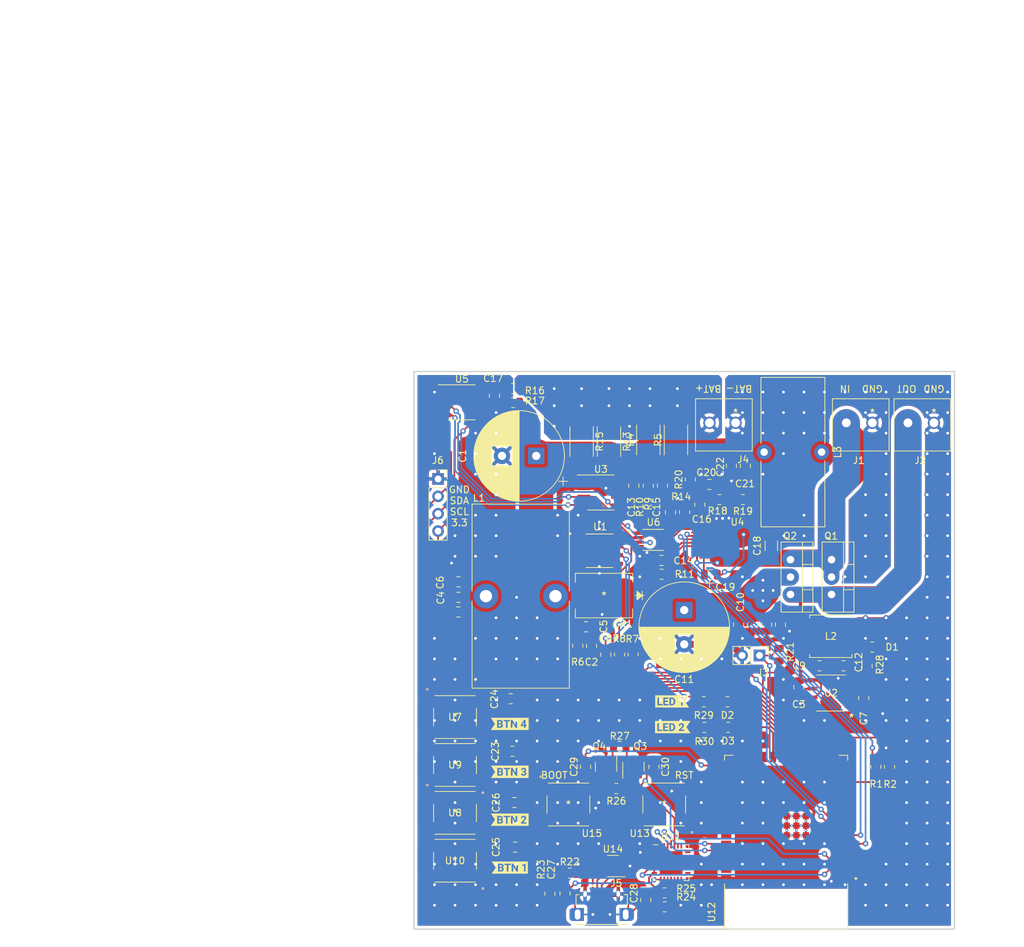
<source format=kicad_pcb>
(kicad_pcb (version 20211014) (generator pcbnew)
  (layers (0 "F.Cu" mixed) (31 "B.Cu" mixed) (34 "B.Paste" user) (35 "F.Paste" user) (36 "B.SilkS" user "B.Silkscreen") (37 "F.SilkS" user "F.Silkscreen") (38 "B.Mask" user) (39 "F.Mask" user) (44 "Edge.Cuts" user))
  (net 0 "")
  (net 1 "Vbatout")
  (net 2 "GND")
  (net 3 "Net-(C2-Pad1)")
  (net 4 "Vout")
  (net 5 "Net-(C5-Pad1)")
  (net 6 "Net-(C7-Pad2)")
  (net 7 "Net-(C8-Pad1)")
  (net 8 "Net-(C9-Pad1)")
  (net 9 "Net-(C9-Pad2)")
  (net 10 "Vbatout12")
  (net 11 "3.3V")
  (net 12 "Net-(C13-Pad1)")
  (net 13 "Net-(C13-Pad2)")
  (net 14 "Net-(C14-Pad1)")
  (net 15 "Net-(C15-Pad2)")
  (net 16 "Net-(C16-Pad2)")
  (net 17 "Net-(C17-Pad1)")
  (net 18 "Net-(C17-Pad2)")
  (net 19 "Vin")
  (net 20 "Net-(C19-Pad1)")
  (net 21 "Net-(C19-Pad2)")
  (net 22 "Net-(C20-Pad1)")
  (net 23 "Net-(C20-Pad2)")
  (net 24 "Vbatin")
  (net 25 "Button2")
  (net 26 "Button3")
  (net 27 "Button0")
  (net 28 "Button1")
  (net 29 "Net-(C27-Pad1)")
  (net 30 "GPIO0")
  (net 31 "CHIP_PU")
  (net 32 "Net-(CR1-Pad2)")
  (net 33 "Net-(D1-Pad2)")
  (net 34 "Led0")
  (net 35 "Net-(D2-Pad2)")
  (net 36 "Led1")
  (net 37 "Net-(D3-Pad2)")
  (net 38 "Setup")
  (net 39 "Vbat+")
  (net 40 "Net-(J5-Pad3)")
  (net 41 "Net-(J5-Pad2)")
  (net 43 "Vbus")
  (net 44 "Net-(Q3-Pad1)")
  (net 45 "RTS")
  (net 46 "Net-(Q4-Pad1)")
  (net 47 "DTR")
  (net 48 "PinCon")
  (net 49 "Net-(R7-Pad2)")
  (net 50 "Net-(R11-Pad1)")
  (net 51 "Net-(R18-Pad2)")
  (net 52 "Net-(R24-Pad2)")
  (net 53 "Net-(R25-Pad2)")
  (net 54 "SDA")
  (net 55 "SCL")
  (net 56 "PinChargerEN")
  (net 57 "PinStateCharger")
  (net 68 "USB_DP")
  (net 69 "USB_DN")
  (net 83 "RXD0")
  (net 84 "TXD0")
  (footprint "Capacitor_SMD:C_0805_2012Metric" (layer "F.Cu") (at 107.95 91 -90)
    (fp_text reference "C10")
    (fp_text value "10μF")
  )
  (footprint "Capacitor_SMD:C_0805_2012Metric" (layer "F.Cu") (at 112.044164 91 -90)
    (fp_text reference "C10" hide)
    (fp_text value "10μF")
  )
  (footprint "kibuzzard-6409D4B5" (layer "F.Cu") (at 74.5 105.5)
    (fp_text reference "kibuzzard-6409D4B5" hide)
    (fp_text value "G***" hide)
  )
  (footprint "Capacitor_SMD:C_0805_2012Metric" (layer "F.Cu") (at 86.455807 94.098581 90)
    (fp_text reference "C2")
    (fp_text value "2.2pF")
  )
  (footprint "Capacitor_SMD:C_0805_2012Metric" (layer "F.Cu") (at 85.574698 111.777301 90)
    (fp_text reference "C29")
    (fp_text value "0.1μF")
  )
  (footprint "Connector_PinHeader_2.54mm:PinHeader_1x02_P2.54mm_Vertical" (layer "F.Cu") (at 111 95.5 -90)
    (fp_text reference "J3")
    (fp_text value "Conn_01x02_Male")
  )
  (footprint "footprints4.0:PTS645SM43SMTR92LFS" (layer "F.Cu") (at 66.5 118.5)
    (fp_text reference "U8")
    (fp_text value "PTS645SM43SMTR92LFS")
  )
  (footprint "Resistor_SMD:R_0805_2012Metric" (layer "F.Cu") (at 75 56.5 180)
    (fp_text reference "R16")
    (fp_text value "10")
  )
  (footprint "footprints4.0:PTS645SM43SMTR92LFS" (layer "F.Cu") (at 66.5 111.5 180)
    (fp_text reference "U9")
    (fp_text value "PTS645SM43SMTR92LFS")
  )
  (footprint "kibuzzard-6409D4BC" (layer "F.Cu") (at 74.5 112.5)
    (fp_text reference "kibuzzard-6409D4BC" hide)
    (fp_text value "G***" hide)
  )
  (footprint "Resistor_SMD:R_0805_2012Metric" (layer "F.Cu") (at 97.129434 130.195129)
    (fp_text reference "R25")
    (fp_text value "1K")
  )
  (footprint "Capacitor_SMD:C_0805_2012Metric" (layer "F.Cu") (at 67.005018 84.737975 180)
    (fp_text reference "C6")
    (fp_text value "1μF")
  )
  (footprint "Resistor_SMD:R_0805_2012Metric" (layer "F.Cu") (at 106.306726 102.264994 180)
    (fp_text reference "D2")
    (fp_text value "LED")
  )
  (footprint "Capacitor_SMD:C_0805_2012Metric" (layer "F.Cu") (at 106.88555 67.778 -90)
    (fp_text reference "C22")
    (fp_text value "22μF")
  )
  (footprint "footprints4.0:PTS645SM43SMTR92LFS" (layer "F.Cu") (at 83.074698 117.277301)
    (fp_text reference "U15")
    (fp_text value "PTS645SM43SMTR92LFS")
  )
  (footprint "Capacitor_SMD:C_0805_2012Metric" (layer "F.Cu") (at 96.666003 81.612944 180)
    (fp_text reference "C14")
    (fp_text value "15nF")
  )
  (footprint "Capacitor_SMD:C_0805_2012Metric" (layer "F.Cu") (at 85.659078 91.306888)
    (fp_text reference "C5")
    (fp_text value "47pF")
  )
  (footprint "Capacitor_SMD:C_0805_2012Metric" (layer "F.Cu") (at 72.258288 57.537186 -90)
    (fp_text reference "C17")
    (fp_text value "1μF")
  )
  (footprint "Capacitor_SMD:C_0805_2012Metric" (layer "F.Cu") (at 75.185777 117 180)
    (fp_text reference "C26")
    (fp_text value "0.1μF")
  )
  (footprint "Capacitor_SMD:C_0805_2012Metric" (layer "F.Cu") (at 126.237679 101.713821 90)
    (fp_text reference "C7")
    (fp_text value "1μF")
  )
  (footprint "Capacitor_SMD:C_0805_2012Metric" (layer "F.Cu") (at 74.644452 101.826999 180)
    (fp_text reference "C24")
    (fp_text value "0.1μF")
  )
  (footprint "Capacitor_SMD:C_0805_2012Metric" (layer "F.Cu") (at 94.372177 131.239377 -90)
    (fp_text reference "C28")
    (fp_text value "10μF")
  )
  (footprint "Package_TO_SOT_THT:TO-220-3_Vertical" (layer "F.Cu") (at 121.52785 81.501 -90)
    (fp_text reference "Q1")
    (fp_text value "IRLZ34N")
  )
  (footprint "footprints3.0:YO0221500000G" (layer "F.Cu") (at 107.5 61.5 180)
    (fp_text reference "J4")
    (fp_text value "Screw_Terminal_01x02")
  )
  (footprint "Resistor_SMD:R_2512_6332Metric" (layer "F.Cu") (at 85 64.237548 -90)
    (fp_text reference "R15")
    (fp_text value "0.1")
  )
  (footprint "Resistor_SMD:R_0805_2012Metric" (layer "F.Cu") (at 96.820091 70.680181 -90)
    (fp_text reference "R9")
    (fp_text value "10")
  )
  (footprint "Capacitor_SMD:C_0805_2012Metric" (layer "F.Cu") (at 116.746845 100.136517 -90)
    (fp_text reference "C3")
    (fp_text value "10μF")
  )
  (footprint "footprints1.0:SS34-E3&slash_57T" (layer "F.Cu") (at 88.272979 86.742912 180)
    (fp_text reference "CR1")
    (fp_text value "SS34-E3/57T")
  )
  (footprint "Capacitor_SMD:C_1206_3216Metric" (layer "F.Cu") (at 112.732258 79.476611 90)
    (fp_text reference "C18")
    (fp_text value "33μF")
  )
  (footprint "Capacitor_SMD:C_0805_2012Metric" (layer "F.Cu") (at 95.574698 111.777301 -90)
    (fp_text reference "C30")
    (fp_text value "0.1μF")
  )
  (footprint "Capacitor_SMD:C_0805_2012Metric" (layer "F.Cu") (at 67 87 180)
    (fp_text reference "C4")
    (fp_text value "10μF")
  )
  (footprint "Package_TO_SOT_SMD:SOT-23-6" (layer "F.Cu") (at 89.574698 126.277301 180)
    (fp_text reference "U14")
    (fp_text value "USBLC6-2SC6")
  )
  (footprint "Capacitor_SMD:C_0805_2012Metric" (layer "F.Cu") (at 75.298861 123.51017)
    (fp_text reference "C25")
    (fp_text value "0.1μF")
  )
  (footprint "footprints3.0:YO0221500000G" (layer "F.Cu") (at 136.5 61.5 180)
    (fp_text reference "J2")
    (fp_text value "Screw_Terminal_01x02")
  )
  (footprint "Capacitor_THT:CP_Radial_D13.0mm_P5.00mm" (layer "F.Cu") (at 78.366779 66.332454 180)
    (fp_text reference "C1")
    (fp_text value "470μF")
  )
  (footprint "Inductor_THT:L_Toroid_Vertical_L26.7mm_W14.0mm_P10.16mm_Pulse_D" (layer "F.Cu") (at 71.020263 86.827509 90)
    (fp_text reference "L1")
    (fp_text value "6.8μH")
  )
  (footprint "Resistor_SMD:R_0805_2012Metric" (layer "F.Cu") (at 113.831135 95.385983 -90)
    (fp_text reference "R21")
    (fp_text value "10K")
  )
  (footprint "Capacitor_SMD:C_0805_2012Metric" (layer "F.Cu") (at 88.543522 95.390895 -90)
    (fp_text reference "C8")
    (fp_text value "10nF")
  )
  (footprint "Package_TO_SOT_THT:TO-220-3_Vertical" (layer "F.Cu") (at 115.52785 81.501 -90)
    (fp_text reference "Q2")
    (fp_text value "FQP27P06")
  )
  (footprint "kibuzzard-6409D47A" (layer "F.Cu") (at 98.324789 105.966139)
    (fp_text reference "kibuzzard-6409D47A" hide)
    (fp_text value "G***" hide)
  )
  (footprint "Resistor_SMD:R_0805_2012Metric" (layer "F.Cu") (at 128 111.772936 -90)
    (fp_text reference "R1")
    (fp_text value "47k")
  )
  (footprint "Capacitor_SMD:C_0805_2012Metric" (layer "F.Cu") (at 66.989606 89.137246 180)
    (fp_text reference "C4" hide)
    (fp_text value "10μF")
  )
  (footprint "Resistor_SMD:R_2512_6332Metric" (layer "F.Cu") (at 94.75435 64 90)
    (fp_text reference "R4")
    (fp_text value "0.1")
  )
  (footprint "kibuzzard-6409D4D1" (layer "F.Cu") (at 74.5 126.5)
    (fp_text reference "kibuzzard-6409D4D1" hide)
    (fp_text value "G***" hide)
  )
  (footprint "footprints4.0:PTS645SM43SMTR92LFS" (layer "F.Cu") (at 97.074698 117.277301 180)
    (fp_text reference "U13")
    (fp_text value "PTS645SM43SMTR92LFS")
  )
  (footprint "Kicad:SOIC127P600X175-8N" (layer "F.Cu") (at 87.600923 80.196571)
    (fp_text reference "U1")
    (fp_text value "PAM2421AECADJR")
  )
  (footprint "Resistor_SMD:R_0805_2012Metric" (layer "F.Cu") (at 106.4125 106 180)
    (fp_text reference "D3")
    (fp_text value "LED")
  )
  (footprint "Resistor_SMD:R_0805_2012Metric" (layer "F.Cu") (at 83.267742 127.31155)
    (fp_text reference "R22")
    (fp_text value "22.1K")
  )
  (footprint "Resistor_SMD:R_0805_2012Metric" (layer "F.Cu") (at 102.860425 102.258634)
    (fp_text reference "R29")
    (fp_text value "1K")
  )
  (footprint "Resistor_SMD:R_0805_2012Metric" (layer "F.Cu") (at 97.130414 132.226416)
    (fp_text reference "R24")
    (fp_text value "10K")
  )
  (footprint "Capacitor_SMD:C_0805_2012Metric" (layer "F.Cu") (at 103.88555 83.694769)
    (fp_text reference "C19")
    (fp_text value "0.1μF")
  )
  (footprint "Capacitor_SMD:C_0805_2012Metric" (layer "F.Cu") (at 114.070966 91 -90)
    (fp_text reference "C10" hide)
    (fp_text value "10μF")
  )
  (footprint "Resistor_SMD:R_0805_2012Metric" (layer "F.Cu") (at 90.550193 95.35942 -90)
    (fp_text reference "R8")
    (fp_text value "9.1k")
  )
  (footprint "footprints1.0:FAN23SV10M" (layer "F.Cu") (at 103.88555 78.778)
    (fp_text reference "U4")
    (fp_text value "FAN32SV10MMPX")
  )
  (footprint "Resistor_SMD:R_0805_2012Metric" (layer "F.Cu") (at 74.993082 58.53856 180)
    (fp_text reference "R17")
    (fp_text value "10")
  )
  (footprint "Connector_PinSocket_2.54mm:PinSocket_1x04_P2.54mm_Vertical" (layer "F.Cu") (at 64.025 69.7)
    (fp_text reference "J6")
    (fp_text value "Conn_01x04_Male")
  )
  (footprint "Capacitor_SMD:C_0805_2012Metric" (layer "F.Cu") (at 123.267095 97.008063 180)
    (fp_text reference "C12")
    (fp_text value "22μF")
  )
  (footprint "Resistor_SMD:R_0805_2012Metric" (layer "F.Cu") (at 94.745316 70.690297 -90)
    (fp_text reference "R10")
    (fp_text value "10")
  )
  (footprint "Capacitor_SMD:C_0805_2012Metric" (layer "F.Cu") (at 92.627288 70.690297 -90)
    (fp_text reference "C13")
    (fp_text value "1μF")
  )
  (footprint "Resistor_SMD:R_0805_2012Metric" (layer "F.Cu") (at 100.88555 69.778 -90)
    (fp_text reference "R20")
    (fp_text value "10K")
  )
  (footprint "Resistor_SMD:R_0805_2012Metric" (layer "F.Cu") (at 127.47305 94.278 180)
    (fp_text reference "D1")
    (fp_text value "LED")
  )
  (footprint "Resistor_SMD:R_0805_2012Metric" (layer "F.Cu") (at 126.726439 97.050415 90)
    (fp_text reference "R28")
    (fp_text value "1K")
  )
  (footprint "Package_DFN_QFN:QFN-28-1EP_5x5mm_P0.5mm_EP3.35x3.35mm" (layer "F.Cu") (at 98.074698 125.777301)
    (fp_text reference "U11")
    (fp_text value "CP2102N-Axx-xQFN28")
  )
  (footprint "Kicad:SOP65P490X110-8N" (layer "F.Cu") (at 95.443644 78.605298)
    (fp_text reference "U6")
    (fp_text value "MCP4531-103E/MS")
  )
  (footprint "kibuzzard-6409D460" (layer "F.Cu") (at 98.231923 102.215439)
    (fp_text reference "kibuzzard-6409D460" hide)
    (fp_text value "G***" hide)
  )
  (footprint "Resistor_SMD:R_0805_2012Metric" (layer "F.Cu") (at 80.365043 130.322246 -90)
    (fp_text reference "R23")
    (fp_text value "47.5K")
  )
  (footprint "Resistor_SMD:R_0805_2012Metric" (layer "F.Cu") (at 92.531482 95.35942 -90)
    (fp_text reference "R7")
    (fp_text value "82k")
  )
  (footprint "Resistor_SMD:R_0805_2012Metric" (layer "F.Cu") (at 102.953171 106.012908)
    (fp_text reference "R30")
    (fp_text value "1K")
  )
  (footprint "Package_TO_SOT_SMD:SOT-23" (layer "F.Cu") (at 92.574698 111.777301 90)
    (fp_text reference "Q3")
    (fp_text value "BC818")
  )
  (footprint "Capacitor_SMD:C_0805_2012Metric" (layer "F.Cu") (at 108.937302 67.778 90)
    (fp_text reference "C21")
    (fp_text value "0.1μF")
  )
  (footprint "Capacitor_SMD:C_0805_2012Metric" (layer "F.Cu") (at 82.574698 130.277301 -90)
    (fp_text reference "C27")
    (fp_text value "1μF")
  )
  (footprint "Resistor_SMD:R_0805_2012Metric" (layer "F.Cu") (at 130 111.772936 90)
    (fp_text reference "R2")
    (fp_text value "18k")
  )
  (footprint "footprints2.0:L6981C33DR" (layer "F.Cu") (at 121.453745 100.987936 180)
    (fp_text reference "U2")
    (fp_text value "L6981C33DR")
  )
  (footprint "Inductor_THT:L_Toroid_Vertical_L21.6mm_W9.1mm_P8.40mm_Bourns_5700" (layer "F.Cu") (at 120.08055 65.778 -90)
    (fp_text reference "L3")
    (fp_text value "49μH")
  )
  (footprint "footprints3.0:YO0221500000G" (layer "F.Cu") (at 127.5 61.5 180)
    (fp_text reference "J1")
    (fp_text value "Screw_Terminal_01x02")
  )
  (footprint "Capacitor_SMD:C_0805_2012Metric" (layer "F.Cu") (at 74.898415 109.5)
    (fp_text reference "C23")
    (fp_text value "0.1μF")
  )
  (footprint "Resistor_SMD:R_0805_2012Metric" (layer "F.Cu") (at 100.062733 74.541974 90)
    (fp_text reference "R14")
    (fp_text value "10")
  )
  (footprint "kibuzzard-6409D4C2" (layer "F.Cu") (at 74.5 119.5)
    (fp_text reference "kibuzzard-6409D4C2" hide)
    (fp_text value "G***" hide)
  )
  (footprint "Kicad:XCVR_ESP32S3WROOM1N8R8" (layer "F.Cu") (at 114.888632 122.835091 180)
    (fp_text reference "U12")
    (fp_text value "ESP32-S3-WROOM-1-N8R8")
  )
  (footprint "Capacitor_SMD:C_0805_2012Metric" (layer "F.Cu") (at 103.676866 70.505983 180)
    (fp_text reference "C20")
    (fp_text value "100pF")
  )
  (footprint "footprints4.0:PTS645SM43SMTR92LFS" (layer "F.Cu") (at 66.5 104.5)
    (fp_text reference "U7")
    (fp_text value "PTS645SM43SMTR92LFS")
  )
  (footprint "Capacitor_SMD:C_0805_2012Metric" (layer "F.Cu") (at 119.767095 97.008063 180)
    (fp_text reference "C9")
    (fp_text value "0.1μF")
  )
  (footprint "Resistor_SMD:R_2512_6332Metric" (layer "F.Cu") (at 98.791742 64 90)
    (fp_text reference "R5")
    (fp_text value "0.1")
  )
  (footprint "Package_TO_SOT_SMD:SOT-23" (layer "F.Cu") (at 88.574698 111.777301 -90)
    (fp_text reference "Q4")
    (fp_text value "BC818")
  )
  (footprint "Capacitor_SMD:C_0805_2012Metric" (layer "F.Cu") (at 110 91 -90)
    (fp_text reference "C10" hide)
    (fp_text value "10μF")
  )
  (footprint "Resistor_SMD:R_2512_6332Metric" (layer "F.Cu") (at 89 64.237548 -90)
    (fp_text reference "R13")
    (fp_text value "0.1")
  )
  (footprint "Capacitor_SMD:C_0805_2012Metric" (layer "F.Cu") (at 97.998662 74.56878 -90)
    (fp_text reference "C15")
    (fp_text value "0.1μF")
  )
  (footprint "Resistor_SMD:R_0805_2012Metric" (layer "F.Cu") (at 90.074698 114.959967)
    (fp_text reference "R26")
    (fp_text value "10K")
  )
  (footprint "Package_SO:SOIC-8_3.9x4.9mm_P1.27mm" (layer "F.Cu") (at 67.5 58.5)
    (fp_text reference "U5")
    (fp_text value "INA219AxD")
  )
  (footprint "Resistor_SMD:R_0805_2012Metric" (layer "F.Cu") (at 84.439319 94.074982 -90)
    (fp_text reference "R6")
    (fp_text value "51k")
  )
  (footprint "Resistor_SMD:R_0805_2012Metric" (layer "F.Cu") (at 108.578499 72.72348)
    (fp_text reference "R19")
    (fp_text value "3.9k")
  )
  (footprint "Inductor_SMD:L_Bourns_SRN6045TA" (layer "F.Cu") (at 121.432388 92.69723)
    (fp_text reference "L2")
    (fp_text value "33μH")
  )
  (footprint "Resistor_SMD:R_0805_2012Metric" (layer "F.Cu") (at 96.690524 83.630434 180)
    (fp_text reference "R11")
    (fp_text value "150k")
  )
  (footprint "Resistor_SMD:R_0805_2012Metric" (layer "F.Cu") (at 105.132218 72.72348 180)
    (fp_text reference "R18")
    (fp_text value "1.5k")
  )
  (footprint "footprints4.0:PTS645SM43SMTR92LFS" (layer "F.Cu") (at 66.5 125.5 180)
    (fp_text reference "U10")
    (fp_text value "PTS645SM43SMTR92LFS")
  )
  (footprint "Resistor_SMD:R_0805_2012Metric" (layer "F.Cu") (at 90.574698 108.777301 180)
    (fp_text reference "R27")
    (fp_text value "10K")
  )
  (footprint "Kicad:HRS_ZX62D-B-5P8" (layer "F.Cu") (at 87.934698 133.277301)
    (fp_text reference "J5")
    (fp_text value "ZX62D-B-5P8")
  )
  (footprint "Capacitor_SMD:C_0805_2012Metric" (layer "F.Cu") (at 102.274238 73.469729 -90)
    (fp_text reference "C16")
    (fp_text value "2.2μF")
  )
  (footprint "Package_SO:SOIC-8_3.9x4.9mm_P1.27mm" (layer "F.Cu") (at 87.818992 71.67713)
    (fp_text reference "U3")
    (fp_text value "INA219AxD")
  )
  (footprint "Capacitor_THT:CP_Radial_D13.0mm_P5.00mm" (layer "F.Cu") (at 100 88.86957 -90)
    (fp_text reference "C11")
    (fp_text value "470μF")
  )
  (gr_rect (start 60.5 54) (end 139.5 135.5) (layer "Edge.Cuts") (width 0.2) (fill none))
  (gr_text "BAT-" (at 108 56.5 180) (layer "F.SilkS") (effects (font (size 1 1))))
  (gr_text "GND" (at 136.5 56.5 180) (layer "F.SilkS") (effects (font (size 1 1))))
  (gr_text "BOOT" (at 81 113) (layer "F.SilkS") (effects (font (size 1 1))))
  (gr_text "BAT+" (at 103.5 56.5 180) (layer "F.SilkS") (effects (font (size 1 1))))
  (gr_text "RST" (at 100 113) (layer "F.SilkS") (effects (font (size 1 1))))
  (gr_text "GND\nSDA\nSCL\n3.3" (at 67.138259 73.682188) (layer "F.SilkS") (effects (font (size 1 1))))
  (gr_text "GND" (at 127.5 56.5 180) (layer "F.SilkS") (effects (font (size 1 1))))
  (gr_text "OUT" (at 132.5 56.5 180) (layer "F.SilkS") (effects (font (size 1 1))))
  (gr_text "IN" (at 123.5 56.5 180) (layer "F.SilkS") (effects (font (size 1 1))))
  (segment (start 78.366779 66.332454) (end 77.5 65.465675) (width 0.25) (layer "F.Cu") (net 1))
  (segment (start 89 66.753154) (end 78.787479 66.753154) (width 5) (layer "F.Cu") (net 1))
  (segment (start 78.366779 66.332454) (end 78.360421 66.338812) (width 2.5) (layer "F.Cu") (net 1))
  (segment (start 78.366779 60.999757) (end 78.366779 66.332454) (width 0.25) (layer "F.Cu") (net 1))
  (segment (start 69.5 85.307246) (end 69.5 88.5) (width 5) (layer "F.Cu") (net 1))
  (segment (start 71.020263 86.827509) (end 69.5 85.307246) (width 5) (layer "F.Cu") (net 1))
  (segment (start 75.905582 58.53856) (end 78.366779 60.999757) (width 0.25) (layer "F.Cu") (net 1))
  (segment (start 78.360421 79.487351) (end 79.083908 80.210838) (width 2.5) (layer "F.Cu") (net 1))
  (segment (start 79.083908 80.210838) (end 84.846993 80.210838) (width 2.5) (layer "F.Cu") (net 1))
  (segment (start 78.360421 79.487351) (end 71.020263 86.827509) (width 5) (layer "F.Cu") (net 1))
  (segment (start 75.944142 58.5) (end 75.905582 58.53856) (width 0.25) (layer "F.Cu") (net 1))
  (segment (start 78.360421 66.338812) (end 78.360421 79.487351) (width 5) (layer "F.Cu") (net 1))
  (segment (start 67.955018 89.121834) (end 67.939606 89.137246) (width 0.25) (layer "F.Cu") (net 1))
  (segment (start 86.455807 93.148581) (end 86.455807 91.460159) (width 0.25) (layer "F.Cu") (net 2))
  (segment (start 117.785983 118.984335) (end 116.385983 118.984335) (width 0.25) (layer "F.Cu") (net 2))
  (segment (start 90.550193 96.27192) (end 88.612497 96.27192) (width 0.25) (layer "F.Cu") (net 2))
  (segment (start 117.785983 118.984335) (end 117.785983 120.384335) (width 0.25) (layer "F.Cu") (net 2))
  (segment (start 95.055555 77.630298) (end 96.181802 78.756545) (width 0.25) (layer "F.Cu") (net 2))
  (segment (start 65.439851 103.060149) (end 65.5 103.120297) (width 0.25) (layer "F.Cu") (net 2))
  (segment (start 106.138632 128.095091) (end 104.904909 128.095091) (width 0.25) (layer "F.Cu") (net 2))
  (segment (start 96.580298 79.580298) (end 97.548644 79.580298) (width 0.25) (layer "F.Cu") (net 2))
  (segment (start 106.88555 68.728) (end 106.88555 69.778) (width 0.25) (layer "F.Cu") (net 2))
  (segment (start 68.635 59.135) (end 69.975 59.135) (width 0.25) (layer "F.Cu") (net 2))
  (segment (start 107.95 91.95) (end 107.05 91.95) (width 1) (layer "F.Cu") (net 2))
  (segment (start 116.746845 100.661607) (end 117.055516 100.352936) (width 0.25) (layer "F.Cu") (net 2))
  (segment (start 80.365043 131.234746) (end 82.567253 131.234746) (width 0.25) (layer "F.Cu") (net 2))
  (segment (start 122.502017 97.506435) (end 122.452017 97.506435) (width 0.25) (layer "F.Cu") (net 2))
  (segment (start 89.234698 130.677301) (end 90.034698 130.677301) (width 0.25) (layer "F.Cu") (net 2))
  (segment (start 117.338518 102.892936) (end 118.729595 102.892936) (width 0.25) (layer "F.Cu") (net 2))
  (segment (start 67.5 58) (end 68.635 59.135) (width 0.25) (layer "F.Cu") (net 2))
  (segment (start 106.82957 93.86957) (end 108.46 95.5) (width 1) (layer "F.Cu") (net 2))
  (segment (start 87.60674 77) (end 86.315169 78.291571) (width 0.25) (layer "F.Cu") (net 2))
  (segment (start 117.785983 121.784335) (end 117.785983 118.984335) (width 0.25) (layer "F.Cu") (net 2))
  (segment (start 94.55153 80.44847) (end 95.716003 81.612944) (width 0.25) (layer "F.Cu") (net 2))
  (segment (start 66.039606 82.039606) (end 66 82) (width 0.25) (layer "F.Cu") (net 2))
  (segment (start 85.574698 112.727301) (end 85.574698 118.052304) (width 0.25) (layer "F.Cu") (net 2))
  (segment (start 97.574698 125.277301) (end 98.074698 125.777301) (width 0.25) (layer "F.Cu") (net 2))
  (segment (start 84.999698 130.352301) (end 85.509698 130.352301) (width 0.25) (layer "F.Cu") (net 2))
  (segment (start 95.716003 81.612944) (end 95.716003 83.568413) (width 0.25) (layer "F.Cu") (net 2))
  (segment (start 86.315169 78.291571) (end 84.975923 78.291571) (width 0.25) (layer "F.Cu") (net 2))
  (segment (start 116.746845 102.301263) (end 116.746845 100.661607) (width 0.25) (layer "F.Cu") (net 2))
  (segment (start 123.638632 128.095091) (end 121.904909 128.095091) (width 0.25) (layer "F.Cu") (net 2))
  (segment (start 94.576478 125.277301) (end 95.624698 125.277301) (width 0.25) (layer "F.Cu") (net 2))
  (segment (start 115.387363 91.943143) (end 115.380506 91.95) (width 1) (layer "F.Cu") (net 2))
  (segment (start 93.683357 79.580298) (end 94.55153 80.44847) (width 0.25) (layer "F.Cu") (net 2))
  (segment (start 95.624698 125.277301) (end 97.574698 125.277301) (width 0.25) (layer "F.Cu") (net 2))
  (segment (start 91.999698 133.352301) (end 93.162622 132.189377) (width 0.25) (layer "F.Cu") (net 2))
  (segment (start 121.904909 128.095091) (end 121.5 128.5) (width 0.25) (layer "F.Cu") (net 2))
  (segment (start 106.88555 69.778) (end 106.88555 69.973298) (width 0.25) (layer "F.Cu") (net 2))
  (segment (start 116.972791 102.527209) (end 116.746845 102.301263) (width 0.25) (layer "F.Cu") (net 2))
  (segment (start 91.809698 132.989801) (end 91.447198 133.352301) (width 0.25) (layer "F.Cu") (net 2))
  (segment (start 101.049696 118.202299) (end 101.049696 119.527302) (width 0.25) (layer "F.Cu") (net 2))
  (segment (start 95.716003 83.568413) (end 95.778024 83.630434) (width 0.25) (layer "F.Cu") (net 2))
  (segment (start 129 104) (end 127.663821 102.663821) (width 0.25) (layer "F.Cu") (net 2))
  (segment (start 65.55 124.95) (end 65.5 125) (width 0.25) (layer "F.Cu") (net 2))
  (segment (start 66.095 56.595) (end 67.5 58) (width 0.25) (layer "F.Cu") (net 2))
  (segment (start 89.81213 72.31213) (end 90.293992 72.31213) (width 0.25) (layer "F.Cu") (net 2))
  (segment (start 93.575588 124.276411) (end 92.576478 123.277301) (width 0.25) (layer "F.Cu") (net 2))
  (segment (start 97.548644 79.580298) (end 97.548644 79.780303) (width 0.25) (layer "F.Cu") (net 2))
  (segment (start 96.181802 78.756545) (end 96.181802 79.181802) (width 0.25) (layer "F.Cu") (net 2))
  (segment (start 87.60674 76) (end 87.60674 77) (width 2.5) (layer "F.Cu") (net 2))
  (segment (start 87.049696 117.802303) (end 87.049696 119.527302) (width 0.25) (layer "F.Cu") (net 2))
  (segment (start 105.13043 93.86957) (end 100 93.86957) (width 1) (layer "F.Cu") (net 2))
  (segment (start 82.567253 131.234746) (end 82.574698 131.227301) (width 0.25) (layer "F.Cu") (net 2))
  (segment (start 112.078657 77.778) (end 112.071807 77.77115) (width 0.25) (layer "F.Cu") (net 2))
  (segment (start 91.447198 133.352301) (end 91.999698 133.352301) (width 0.25) (layer "F.Cu") (net 2))
  (segment (start 92.074698 126.277301) (end 90.712198 126.277301) (width 0.25) (layer "F.Cu") (net 2))
  (segment (start 85.574698 118.052304) (end 87.049696 119.527302) (width 0.25) (layer "F.Cu") (net 2))
  (segment (start 116.972791 102.527209) (end 117.338518 102.892936) (width 0.25) (layer "F.Cu") (net 2))
  (segment (start 106.88555 69.973298) (end 106.904653 69.992401) (width 0.25) (layer "F.Cu") (net 2))
  (segment (start 87.600923 83.508537) (end 87.600923 82.5) (width 2.5) (layer "F.Cu") (net 2))
  (segment (start 84.059698 132.989801) (end 84.059698 131.292301) (width 0.25) (layer "F.Cu") (net 2))
  (segment (start 105.13043 93.86957) (end 106.82957 93.86957) (width 1) (layer "F.Cu") (net 2))
  (segment (start 97.998662 73.61878) (end 99.097713 72.519729) (width 0.25) (layer "F.Cu") (net 2))
  (segment (start 84.024698 131.227301) (end 84.074698 131.277301) (width 0.25) (layer "F.Cu") (net 2))
  (segment (start 96.180875 132.189377) (end 96.217914 132.226416) (width 0.25) (layer "F.Cu") (net 2))
  (segment (start 84.059698 131.292301) (end 84.074698 131.277301) (width 0.25) (layer "F.Cu") (net 2))
  (segment (start 127.663821 102.663821) (end 126.237679 102.663821) (width 0.25) (layer "F.Cu") (net 2))
  (segment (start 65.025 56.595) (end 65.021189 56.591189) (width 0.25) (layer "F.Cu") (net 2))
  (segment (start 93.162622 132.189377) (end 94.372177 132.189377) (width 0.25) (layer "F.Cu") (net 2))
  (segment (start 87.60674 80.190754) (end 87.600923 80.196571) (width 2.5) (layer "F.Cu") (net 2))
  (segment (start 95.574698 112.727301) (end 101.049696 118.202299) (width 0.25) (layer "F.Cu") (net 2))
  (segment (start 87.600923 82.5) (end 87.999352 82.101571) (width 0.25) (layer "F.Cu") (net 2))
  (segment (start 114.985983 121.784335) (end 117.785983 121.784335) (width 0.25) (layer "F.Cu") (net 2))
  (segment (start 117.055516 100.352936) (end 118.729595 100.352936) (width 0.25) (layer "F.Cu") (net 2))
  (segment (start 88.551133 71.051133) (end 89.81213 72.31213) (width 0.25) (layer "F.Cu") (net 2))
  (segment (start 94.372177 132.189377) (end 96.180875 132.189377) (width 0.25) (layer "F.Cu") (net 2))
  (segment (start 65.025 56.595) (end 66.095 56.595) (width 0.25) (layer "F.Cu") (net 2))
  (segment (start 114.546001 78.008461) (end 112.739108 78.008461) (width 0.25) (layer "F.Cu") (net 2))
  (segment (start 90.359698 130.352301) (end 90.872198 130.352301) (width 0.25) (layer "F.Cu") (net 2))
  (segment (start 82.574698 131.227301) (end 84.024698 131.227301) (width 0.25) (layer "F.Cu") (net 2))
  (segment (start 87.999352 82.101571) (end 90.225923 82.101571) (width 0.25) (layer "F.Cu") (net 2))
  (segment (start 97.548644 79.780303) (end 95.716003 81.612944) (width 0.25) (layer "F.Cu") (net 2))
  (segment (start 114.985983 118.984335) (end 114.985983 121.784335) (width 0.25) (layer "F.Cu") (net 2))
  (segment (start 66.039606 89.137246) (end 66.039606 82.039606) (width 0.25) (layer "F.Cu") (net 2))
  (segment (start 88 89.5) (end 88 89.915966) (width 0.25) (layer "F.Cu") (net 2))
  (segment (start 117.785983 118.984335) (end 114.985983 118.984335) (width 0.25) (layer "F.Cu") (net 2))
  (segment (start 65.5 106.95) (end 65.55 107) (width 0.25) (layer "F.Cu") (net 2))
  (segment (start 91.809698 131.289801) (end 91.809698 132.989801) (width 0.25) (layer "F.Cu") (net 2))
  (segment (start 117.785983 120.384335) (end 114.985983 120.384335) (width 0.25) (layer "F.Cu") (net 2))
  (segment (start 84.422198 133.352301) (end 84.059698 132.989801) (width 0.25) (layer "F.Cu") (net 2))
  (segment (start 88.612497 96.27192) (end 88.543522 96.340895) (width 0.25) (layer "F.Cu") (net 2))
  (segment (start 87.600923 80.196571) (end 87.600923 82.5) (width 2.5) (layer "F.Cu") (net 2))
  (segment (start 88.551133 71.051133) (end 88.54213 71.04213) (width 0.25) (layer "F.Cu") (net 2))
  (segment (start 92.576478 123.277301) (end 90.799695 123.277301) (width 0.25) (layer "F.Cu") (net 2))
  (segment (start 93.338644 77.630298) (end 95.055555 77.630298) (width 0.25) (layer "F.Cu") (net 2))
  (segment (start 84.074698 131.277301) (end 84.999698 130.352301) (width 0.25) (layer "F.Cu") (net 2))
  (segment (start 115.380506 91.95) (end 112.044164 91.95) (width 1) (layer "F.Cu") (net 2))
  (segment (start 116.385983 118.984335) (end 116.385983 121.784335) (width 0.25) (layer "F.Cu") (net 2))
  (segment (start 99.097713 72.519729) (end 102.274238 72.519729) (width 0.25) (layer "F.Cu") (net 2))
  (segment (start 104.904909 128.095091) (end 104 129) (width 0.25) (layer "F.Cu") (net 2))
  (segment (start 107.95 91.95) (end 112.044164 91.95) (width 1) (layer "F.Cu") (net 2))
  (segment (start 96.181802 79.181802) (end 96.580298 79.580298) (width 0.25) (layer "F.Cu") (net 2))
  (segment (start 93.338644 79.580298) (end 93.683357 79.580298) (width 0.25) (layer "F.Cu") (net 2))
  (segment (start 93.575588 124.276411) (end 94.576478 125.277301) (width 0.25) (layer "F.Cu") (net 2))
  (segment (start 87.60674 77) (end 87.60674 80.190754) (width 2.5) (layer "F.Cu") (net 2))
  (segment (start 88.54213 71.04213) (end 85.343992 71.04213) (width 0.25) (layer "F.Cu") (net 2))
  (segment (start 90.872198 130.352301) (end 91.809698 131.289801) (width 0.25) (layer "F.Cu") (net 2))
  (segment (start 86.455807 91.460159) (end 86.609078 91.306888) (width 0.25) (layer "F.Cu") (net 2))
  (segment (start 88 89.915966) (end 86.609078 91.306888) (width 0.25) (layer "F.Cu") (net 2))
  (segment (start 107.05 91.95) (end 105.13043 93.86957) (width 1) (layer "F.Cu") (net 2))
  (segment (start 90.799695 123.277301) (end 87.049696 119.527302) (width 0.25) (layer "F.Cu") (net 2))
  (segment (start 90.034698 130.677301) (end 90.359698 130.352301) (width 0.25) (layer "F.Cu") (net 2))
  (segment (start 122.502017 98.828) (end 122.502017 97.506435) (width 0.25) (layer "F.Cu") (net 2))
  (via (at 93.5 123) (size 0.8) (drill 0.4) (layers "F.Cu" "B.Cu") (net 2))
  (via (at 114.546001 78.008461) (size 0.8) (drill 0.4) (layers "F.Cu" "B.Cu") (net 2))
  (via (at 117.5 117) (size 0.8) (drill 0.4) (layers "F.Cu" "B.Cu") (net 2))
  (via (at 84.5 126) (size 0.8) (drill 0.4) (layers "F.Cu" "B.Cu") (net 2))
  (via (at 99.5 120) (size 0.8) (drill 0.4) (layers "F.Cu" "B.Cu") (net 2))
  (via (at 114.5 126) (size 0.8) (drill 0.4) (layers "F.Cu" "B.Cu") (net 2))
  (via (at 138.5 60) (size 0.8) (drill 0.4) (layers "F.Cu" "B.Cu") (net 2))
  (via (at 108.5 60) (size 0.8) (drill 0.4) (layers "F.Cu" "B.Cu") (net 2))
  (via (at 132.5 108) (size 0.8) (drill 0.4) (layers "F.Cu" "B.Cu") (net 2))
  (via (at 78.5 126) (size 0.8) (drill 0.4) (layers "F.Cu" "B.Cu") (net 2))
  (via (at 75.5 132) (size 0.8) (drill 0.4) (layers "F.Cu" "B.Cu") (net 2))
  (via (at 111.5 60) (size 0.8) (drill 0.4) (layers "F.Cu" "B.Cu") (net 2))
  (via (at 78.5 117) (size 0.8) (drill 0.4) (layers "F.Cu" "B.Cu") (net 2))
  (via (at 138.5 57) (size 0.8) (drill 0.4) (layers "F.Cu" "B.Cu") (net 2))
  (via (at 66.5 111) (size 0.8) (drill 0.4) (layers "F.Cu" "B.Cu") (net 2))
  (via (at 129.5 126) (size 0.8) (drill 0.4) (layers "F.Cu" "B.Cu") (net 2))
  (via (at 117.5 78) (size 0.8) (drill 0.4) (layers "F.Cu" "B.Cu") (net 2))
  (via (at 72.5 108) (size 0.8) (drill 0.4) (layers "F.Cu" "B.Cu") (net 2))
  (via (at 75.5 96) (size 0.8) (drill 0.4) (layers "F.Cu" "B.Cu") (net 2))
  (via (at 88 89.5) (size 0.8) (drill 0.4) (layers "F.Cu" "B.Cu") (net 2))
  (via (at 135.5 57) (size 0.8) (drill 0.4) (layers "F.Cu" "B.Cu") (net 2))
  (via (at 63.5 126) (size 0.8) (drill 0.4) (layers "F.Cu" "B.Cu") (net 2))
  (via (at 96.5 93) (size 0.8) (drill 0.4) (layers "F.Cu" "B.Cu") (net 2))
  (via (at 66.5 129) (size 0.8) (drill 0.4) (layers "F.Cu" "B.Cu") (net 2))
  (via (at 63.5 57) (size 0.8) (drill 0.4) (layers "F.Cu" "B.Cu") (net 2))
  (via (at 87.600923 83.508537) (size 0.8) (drill 0.4) (layers "F.Cu" "B.Cu") (net 2))
  (via (at 72.5 114) (size 0.8) (drill 0.4) (layers "F.Cu" "B.Cu") (net 2))
  (via (at 132.5 129) (size 0.8) (drill 0.4) (layers "F.Cu" "B.Cu") (net 2))
  (via (at 138.5 111) (size 0.8) (drill 0.4) (layers "F.Cu" "B.Cu") (net 2))
  (via (at 102.5 114) (size 0.8) (drill 0.4) (layers "F.Cu" "B.Cu") (net 2))
  (via (at 111.5 57) (size 0.8) (drill 0.4) (layers "F.Cu" "B.Cu") (net 2))
  (via (at 81.5 120) (size 0.8) (drill 0.4) (layers "F.Cu" "B.Cu") (net 2))
  (via (at 90.5 102) (size 0.8) (drill 0.4) (layers "F.Cu" "B.Cu") (net 2))
  (via (at 72.5 129) (size 0.8) (drill 0.4) (layers "F.Cu" "B.Cu") (net 2))
  (via (at 120.5 60) (size 0.8) (drill 0.4) (layers "F.Cu" "B.Cu") (net 2))
  (via (at 72.5 123) (size 0.8) (drill 0.4) (layers "F.Cu" "B.Cu") (net 2))
  (via (at 114.5 57) (size 0.8) (drill 0.4) (layers "F.Cu" "B.Cu") (net 2))
  (via (at 108.5 108) (size 0.8) (drill 0.4) (layers "F.Cu" "B.Cu") (net 2))
  (via (at 72.5 132) (size 0.8) (drill 0.4) (layers "F.Cu" "B.Cu") (net 2))
  (via (at 104 129) (size 0.8) (drill 0.4) (layers "F.Cu" "B.Cu") (net 2))
  (via (at 114.5 60) (size 0.8) (drill 0.4) (layers "F.Cu" "B.Cu") (net 2))
  (via (at 129.5 99) (size 0.8) (drill 0.4) (layers "F.Cu" "B.Cu") (net 2))
  (via (at 132.5 132) (size 0.8) (drill 0.4) (layers "F.Cu" "B.Cu") (net 2))
  (via (at 69.5 81) (size 0.8) (drill 0.4) (layers "F.Cu" "B.Cu") (net 2))
  (via (at 63.5 93) (size 0.8) (drill 0.4) (layers "F.Cu" "B.Cu") (net 2))
  (via (at 78.5 132) (size 0.8) (drill 0.4) (layers "F.Cu" "B.Cu") (net 2))
  (via (at 78.5 90) (size 0.8) (drill 0.4) (layers "F.Cu" "B.Cu") (net 2))
  (via (at 132.5 90) (size 0.8) (drill 0.4) (layers "F.Cu" "B.Cu") (net 2))
  (via (at 72.5 102) (size 0.8) (drill 0.4) (layers "F.Cu" "B.Cu") (net 2))
  (via (at 72.5 90) (size 0.8) (drill 0.4) (layers "F.Cu" "B.Cu") (net 2))
  (via (at 132.5 120) (size 0.8) (drill 0.4) (layers "F.Cu" "B.Cu") (net 2))
  (via (at 138.5 126) (size 0.8) (drill 0.4) (layers "F.Cu" "B.Cu") (net 2))
  (via (at 129.5 69) (size 0.8) (drill 0.4) (layers "F.Cu" "B.Cu") (net 2))
  (via (at 129.5 81) (size 0.8) (drill 0.4) (layers "F.Cu" "B.Cu") (net 2))
  (via (at 117.5 126) (size 0.8) (drill 0.4) (layers "F.Cu" "B.Cu") (net 2))
  (via (at 72.5 111) (size 0.8) (drill 0.4) (layers "F.Cu" "B.Cu") (net 2))
  (via (at 132.5 96) (size 0.8) (drill 0.4) (layers "F.Cu" "B.Cu") (net 2))
  (via (at 117.5 105) (size 0.8) (drill 0.4) (layers "F.Cu" "B.Cu") (net 2))
  (via (at 132.5 99) (size 0.8) (drill 0.4) (layers "F.Cu" "B.Cu") (net 2))
  (via (at 75.5 111) (size 0.8) (drill 0.4) (layers "F.Cu" "B.Cu") (net 2))
  (via (at 135.5 75) (size 0.8) (drill 0.4) (layers "F.Cu" "B.Cu") (net 2))
  (via (at 135.5 78) (size 0.8) (drill 0.4) (layers "F.Cu" "B.Cu") (net 2))
  (via (at 81.5 123) (size 0.8) (drill 0.4) (layers "F.Cu" "B.Cu") (net 2))
  (via (at 66.5 108) (size 0.8) (drill 0.4) (layers "F.Cu" "B.Cu") (net 2))
  (via (at 117.5 129) (size 0.8) (drill 0.4) (layers "F.Cu" "B.Cu") (net 2))
  (via (at 135.5 117) (size 0.8) (drill 0.4) (layers "F.Cu" "B.Cu") (net 2))
  (via (at 135.5 99) (size 0.8) (drill 0.4) (layers "F.Cu" "B.Cu") (net 2))
  (via (at 108.5 57) (size 0.8) (drill 0.4) (layers "F.Cu" "B.Cu") (net 2))
  (via (at 132.5 93) (size 0.8) (drill 0.4) (layers "F.Cu" "B.Cu") (net 2))
  (via (at 138.5 120) (size 0.8) (drill 0.4) (layers "F.Cu" "B.Cu") (net 2))
  (via (at 93.5 93) (size 0.8) (drill 0.4) (layers "F.Cu" "B.Cu") (net 2))
  (via (at 96.5 117) (size 0.8) (drill 0.4) (layers "F.Cu" "B.Cu") (net 2))
  (via (at 108.5 120) (size 0.8) (drill 0.4) (layers "F.Cu" "B.Cu") (net 2))
  (via (at 135.5 66) (size 0.8) (drill 0.4) (layers "F.Cu" "B.Cu") (net 2))
  (via (at 132.5 123) (size 0.8) (drill 0.4) (layers "F.Cu" "B.Cu") (net 2))
  (via (at 138.5 117) (size 0.8) (drill 0.4) (layers "F.Cu" "B.Cu") (net 2))
  (via (at 72.5 117) (size 0.8) (drill 0.4) (layers "F.Cu" "B.Cu") (net 2))
  (via (at 108.5 126) (size 0.8) (drill 0.4) (layers "F.Cu" "B.Cu") (net 2))
  (via (at 126.5 84) (size 0.8) (drill 0.4) (layers "F.Cu" "B.Cu") (net 2))
  (via (at 135.5 114) (size 0.8) (drill 0.4) (layers "F.Cu" "B.Cu") (net 2))
  (via (at 81.5 96) (size 0.8) (drill 0.4) (layers "F.Cu" "B.Cu") (net 2))
  (via (at 116.972791 102.527209) (size 0.8) (drill 0.4) (layers "F.Cu" "B.Cu") (net 2))
  (via (at 87.5 108) (size 0.8) (drill 0.4) (layers "F.Cu" "B.Cu") (net 2))
  (via (at 75.5 105) (size 0.8) (drill 0.4) (layers "F.Cu" "B.Cu") (net 2))
  (via (at 66.5 120) (size 0.8) (drill 0.4) (layers "F.Cu" "B.Cu") (net 2))
  (via (at 111.5 123) (size 0.8) (drill 0.4) (layers "F.Cu" "B.Cu") (net 2))
  (via (at 88.551133 71.051133) (size 0.8) (drill 0.4) (layers "F.Cu" "B.Cu") (net 2))
  (via (at 135.5 72) (size 0.8) (drill 0.4) (layers "F.Cu" "B.Cu") (net 2))
  (via (at 129 104) (size 0.8) (drill 0.4) (layers "F.Cu" "B.Cu") (net 2))
  (via (at 63.5 96) (size 0.8) (drill 0.4) (layers "F.Cu" "B.Cu") (net 2))
  (via (at 111.5 120) (size 0.8) (drill 0.4) (layers "F.Cu" "B.Cu") (net 2))
  (via (at 69.5 129) (size 0.8) (drill 0.4) (layers "F.Cu" "B.Cu") (net 2))
  (via (at 104.714329 75.483772) (size 0.8) (drill 0.4) (layers "F.Cu" "B.Cu") (net 2))
  (via (at 84.5 75) (size 0.8) (drill 0.4) (layers "F.Cu" "B.Cu") (net 2))
  (via (at 108.5 117) (size 0.8) (drill 0.4) (layers "F.Cu" "B.Cu") (net 2))
  (via (at 96.5 108) (size 0.8) (drill 0.4) (layers "F.Cu" "B.Cu") (net 2))
  (via (at 99.097713 72.519729) (size 0.8) (drill 0.4) (layers "F.Cu" "B.Cu") (net 2))
  (via (at 63.5 129) (size 0.8) (drill 0.4) (layers "F.Cu" "B.Cu") (net 2))
  (via (at 75.5 87) (size 0.8) (drill 0.4) (layers "F.Cu" "B.Cu") (net 2))
  (via (at 114.5 66) (size 0.8) (drill 0.4) (layers "F.Cu" "B.Cu") (net 2))
  (via (at 135.5 81) (size 0.8) (drill 0.4) (layers "F.Cu" "B.Cu") (net 2))
  (via (at 102.5 132) (size 0.8) (drill 0.4) (layers "F.Cu" "B.Cu") (net 2))
  (via (at 94.55153 80.44847) (size 0.8) (drill 0.4) (layers "F.Cu" "B.Cu") (net 2))
  (via (at 87.60674 76) (size 0.8) (drill 0.4) (layers "F.Cu" "B.Cu") (net 2))
  (via (at 122.502017 98.828) (size 0.8) (drill 0.4) (layers "F.Cu" "B.Cu") (net 2))
  (via (at 114.5 93) (size 0.8) (drill 0.4) (layers "F.Cu" "B.Cu") (net 2))
  (via (at 105.5 96) (size 0.8) (drill 0.4) (layers "F.Cu" "B.Cu") (net 2))
  (via (at 72.5 75) (size 0.8) (drill 0.4) (layers "F.Cu" "B.Cu") (net 2))
  (via (at 129.5 105) (size 0.8) (drill 0.4) (layers "F.Cu" "B.Cu") (net 2))
  (via (at 108.5 129) (size 0.8) (drill 0.4) (layers "F.Cu" "B.Cu") (net 2))
  (via (at 72.5 72) (size 0.8) (drill 0.4) (layers "F.Cu" "B.Cu") (net 2))
  (via (at 129.5 109) (size 0.8) (drill 0.4) (layers "F.Cu" "B.Cu") (net 2))
  (via (at 108.5 93) (size 0.8) (drill 0.4) (layers "F.Cu" "B.Cu") (net 2))
  (via (at 108.5 84) (size 0.8) (drill 0.4) (layers "F.Cu" "B.Cu") (net 2))
  (via (at 106.904653 69.992401) (size 0.8) (drill 0.4) (layers "F.Cu" "B.Cu") (net 2))
  (via (at 120.5 114) (size 0.8) (drill 0.4) (layers "F.Cu" "B.Cu") (net 2))
  (via (at 63.5 132) (size 0.8) (drill 0.4) (layers "F.Cu" "B.Cu") (net 2))
  (via (at 138.5 69) (size 0.8) (drill 0.4) (layers "F.Cu" "B.Cu") (net 2))
  (via (at 72.5 126) (size 0.8) (drill 0.4) (layers "F.Cu" "B.Cu") (net 2))
  (via (at 81.5 114) (size 0.8) (drill 0.4) (layers "F.Cu" "B.Cu") (net 2))
  (via (at 138.5 105) (size 0.8) (drill 0.4) (layers "F.Cu" "B.Cu") (net 2))
  (via (at 78.5 96) (size 0.8) (drill 0.4) (layers "F.Cu" "B.Cu") (net 2))
  (via (at 69.5 78) (size 0.8) (drill 0.4) (layers "F.Cu" "B.Cu") (net 2))
  (via (at 69.5 126) (size 0.8) (drill 0.4) (layers "F.Cu" "B.Cu") (net 2))
  (via (at 81.5 111) (size 0.8) (drill 0.4) (layers "F.Cu" "B.Cu") (net 2))
  (via (at 72.5 60) (size 0.8) (drill 0.4) (layers "F.Cu" "B.Cu") (net 2))
  (via (at 93.5 84) (size 0.8) (drill 0.4) (layers "F.Cu" "B.Cu") (net 2))
  (via (at 99.5 114) (size 0.8) (drill 0.4) (layers "F.Cu" "B.Cu") (net 2))
  (via (at 66 82) (size 0.8) (drill 0.4) (layers "F.Cu" "B.Cu") (net 2))
  (via (at 135.5 120) (size 0.8) (drill 0.4) (layers "F.Cu" "B.Cu") (net 2))
  (via (at 93.5 81) (size 0.8) (drill 0.4) (layers "F.Cu" "B.Cu") (net 2))
  (via (at 108.5 123) (size 0.8) (drill 0.4) (layers "F.Cu" "B.Cu") (net 2))
  (via (at 126.5 78) (size 0.8) (drill 0.4) (layers "F.Cu" "B.Cu") (net 2))
  (via (at 114.5 63) (size 0.8) (drill 0.4) (layers "F.Cu" "B.Cu") (net 2))
  (via (at 105.608391 75.459278) (size 0.8) (drill 0.4) (layers "F.Cu" "B.Cu") (net 2))
  (via (at 78.5 108) (size 0.8) (drill 0.4) (layers "F.Cu" "B.Cu") (net 2))
  (via (at 117.5 114) (size 0.8) (drill 0.4) (layers "F.Cu" "B.Cu") (net 2))
  (via (at 75.5 108) (size 0.8) (drill 0.4) (layers "F.Cu" "B.Cu") (net 2))
  (via (at 96.5 102) (size 0.8) (drill 0.4) (layers "F.Cu" "B.Cu") (net 2))
  (via (at 114.5 99) (size 0.8) (drill 0.4) (layers "F.Cu" "B.Cu") (net 2))
  (via (at 81.5 102) (size 0.8) (drill 0.4) (layers "F.Cu" "B.Cu") (net 2))
  (via (at 102.5 129) (size 0.8) (drill 0.4) (layers "F.Cu" "B.Cu") (net 2))
  (via (at 78.5 123) (size 0.8) (drill 0.4) (layers "F.Cu" "B.Cu") (net 2))
  (via (at 138.5 99) (size 0.8) (drill 0.4) (layers "F.Cu" "B.Cu") (net 2))
  (via (at 123.5 84) (size 0.8) (drill 0.4) (layers "F.Cu" "B.Cu") (net 2))
  (via (at 120.5 57) (size 0.8) (drill 0.4) (layers "F.Cu" "B.Cu") (net 2))
  (via (at 87.60674 77) (size 0.8) (drill 0.4) (layers "F.Cu" "B.Cu") (net 2))
  (via (at 117.5 63) (size 0.8) (drill 0.4) (layers "F.Cu" "B.Cu") (net 2))
  (via (at 135.5 69) (size 0.8) (drill 0.4) (layers "F.Cu" "B.Cu") (net 2))
  (via (at 138.5 75) (size 0.8) (drill 0.4) (layers "F.Cu" "B.Cu") (net 2))
  (via (at 75.5 129) (size 0.8) (drill 0.4) (layers "F.Cu" "B.Cu") (net 2))
  (via (at 129.5 75) (size 0.8) (drill 0.4) (layers "F.Cu" "B.Cu") (net 2))
  (via (at 135.5 123) (size 0.8) (drill 0.4) (layers "F.Cu" "B.Cu") (net 2))
  (via (at 81.5 126) (size 0.8) (drill 0.4) (layers "F.Cu" "B.Cu") (net 2))
  (via (at 108.5 63) (size 0.8) (drill 0.4) (layers "F.Cu" "B.Cu") (net 2))
  (via (at 66.5 78) (size 0.8) (drill 0.4) (layers "F.Cu" "B.Cu") (net 2))
  (via (at 135.5 111) (size 0.8) (drill 0.4) (layers "F.Cu" "B.Cu") (net 2))
  (via (at 99.5 132) (size 0.8) (drill 0.4) (layers "F.Cu" "B.Cu") (net 2))
  (via (at 69.5 66) (size 0.8) (drill 0.4) (layers "F.Cu" "B.Cu") (net 2))
  (via (at 99.5 84) (size 0.8) (drill 0.4) (layers "F.Cu" "B.Cu") (net 2))
  (via (at 126.5 90) (size 0.8) (drill 0.4) (layers "F.Cu" "B.Cu") (net 2))
  (via (at 89.149698 133.352301) (size 0.8) (drill 0.4) (layers "F.Cu" "B.Cu") (net 2))
  (via (at 78.5 105) (size 0.8) (drill 0.4) (layers "F.Cu" "B.Cu") (net 2))
  (via (at 66.5 117) (size 0.8) (drill 0.4) (layers "F.Cu" "B.Cu") (net 2))
  (via (at 75.5 90) (size 0.8) (drill 0.4) (layers "F.Cu" "B.Cu") (net 2))
  (via (at 120.5 129) (size 0.8) (drill 0.4) (layers "F.Cu" "B.Cu") (net 2))
  (via (at 66.5 123) (size 0.8) (drill 0.4) (layers "F.Cu" "B.Cu") (net 2))
  (via (at 138.5 84) (size 0.8) (drill 0.4) (layers "F.Cu" "B.Cu") (net 2))
  (via (at 69.5 93) (size 0.8) (drill 0.4) (layers "F.Cu" "B.Cu") (net 2))
  (via (at 87.600923 82.5) (size 0.8) (drill 0.4) (layers "F.Cu" "B.Cu") (net 2))
  (via (at 111.5 114) (size 0.8) (drill 0.4) (layers "F.Cu" "B.Cu") (net 2))
  (via (at 138.5 72) (size 0.8) (drill 0.4) (layers "F.Cu" "B.Cu") (net 2))
  (via (at 93.5 105) (size 0.8) (drill 0.4) (layers "F.Cu" "B.Cu") (net 2))
  (via (at 123.5 129) (size 0.8) (drill 0.4) (layers "F.Cu" "B.Cu") (net 2))
  (via (at 84.5 120) (size 0.8) (drill 0.4) (layers "F.Cu" "B.Cu") (net 2))
  (via (at 115.387363 91.943143) (size 0.8) (drill 0.4) (layers "F.Cu" "B.Cu") (net 2))
  (via (at 120.5 123) (size 0.8) (drill 0.4) (layers "F.Cu" "B.Cu") (net 2))
  (via (at 78.5 93) (size 0.8) (drill 0.4) (layers "F.Cu" "B.Cu") (net 2))
  (via (at 138.5 66) (size 0.8) (drill 0.4) (layers "F.Cu" "B.Cu") (net 2))
  (via (at 138.5 108) (size 0.8) (drill 0.4) (layers "F.Cu" "B.Cu") (net 2))
  (via (at 81.5 105) (size 0.8) (drill 0.4) (layers "F.Cu" "B.Cu") (net 2))
  (via (at 135.5 90) (size 0.8) (drill 0.4) (layers "F.Cu" "B.Cu") (net 2))
  (via (at 132.5 57) (size 0.8) (drill 0.4) (layers "F.Cu" "B.Cu") (net 2))
  (via (at 114.5 102) (size 0.8) (drill 0.4) (layers "F.Cu" "B.Cu") (net 2))
  (via (at 81.5 93) (size 0.8) (drill 0.4) (layers "F.Cu" "B.Cu") (net 2))
  (via (at 138.5 81) (size 0.8) (drill 0.4) (layers "F.Cu" "B.Cu") (net 2))
  (via (at 138.5 96) (size 0.8) (drill 0.4) (layers "F.Cu" "B.Cu") (net 2))
  (via (at 126.5 105) (size 0.8) (drill 0.4) (layers "F.Cu" "B.Cu") (net 2))
  (via (at 96.5 105) (size 0.8) (drill 0.4) (layers "F.Cu" "B.Cu") (net 2))
  (via (at 69.5 69) (size 0.8) (drill 0.4) (layers "F.Cu" "B.Cu") (net 2))
  (via (at 66.5 81) (size 0.8) (drill 0.4) (layers "F.Cu" "B.Cu") (net 2))
  (via (at 66.5 105) (size 0.8) (drill 0.4) (layers "F.Cu" "B.Cu") (net 2))
  (via (at 69.5 105) (size 0.8) (drill 0.4) (layers "F.Cu" "B.Cu") (net 2))
  (via (at 84.5 108) (size 0.8) (drill 0.4) (layers "F.Cu" "B.Cu") (net 2))
  (via (at 63.5 66) (size 0.8) (drill 0.4) (layers "F.Cu" "B.Cu") (net 2))
  (via (at 84.5 123) (size 0.8) (drill 0.4) (layers "F.Cu" "B.Cu") (net 2))
  (via (at 69.5 99) (size 0.8) (drill 0.4) (layers "F.Cu" "B.Cu") (net 2))
  (via (at 123.5 57) (size 0.8) (drill 0.4) (layers "F.Cu" "B.Cu") (net 2))
  (via (at 129.5 57) (size 0.8) (drill 0.4) (layers "F.Cu" "B.Cu") (net 2))
  (via (at 72.5 96) (size 0.8) (drill 0.4) (layers "F.Cu" "B.Cu") (net 2))
  (via (at 96.5 96) (size 0.8) (drill 0.4) (layers "F.Cu" "B.Cu") (net 2))
  (via (at 129.5 60) (size 0.8) (drill 0.4) (layers "F.Cu" "B.Cu") (net 2))
  (via (at 66.5 126) (size 0.8) (drill 0.4) (layers "F.Cu" "B.Cu") (net 2))
  (via (at 135.5 87) (size 0.8) (drill 0.4) (layers "F.Cu" "B.Cu") (net 2))
  (via (at 108.5 114) (size 0.8) (drill 0.4) (layers "F.Cu" "B.Cu") (net 2))
  (via (at 87.5 123) (size 0.8) (drill 0.4) (layers "F.Cu" "B.Cu") (net 2))
  (via (at 138.5 102) (size 0.8) (drill 0.4) (layers "F.Cu" "B.Cu") (net 2))
  (via (at 129.5 66) (size 0.8) (drill 0.4) (layers "F.Cu" "B.Cu") (net 2))
  (via (at 117.5 57) (size 0.8) (drill 0.4) (layers "F.Cu" "B.Cu") (net 2))
  (via (at 102.5 120) (size 0.8) (drill 0.4) (layers "F.Cu" "B.Cu") (net 2))
  (via (at 105.5 69) (size 0.8) (drill 0.4) (layers "F.Cu" "B.Cu") (net 2))
  (via (at 90.5 105) (size 0.8) (drill 0.4) (layers "F.Cu" "B.Cu") (net 2))
  (via (at 75.5 93) (size 0.8) (drill 0.4) (layers "F.Cu" "B.Cu") (net 2))
  (via (at 72.5 81) (size 0.8) (drill 0.4) (layers "F.Cu" "B.Cu") (net 2))
  (via (at 114.5 129) (size 0.8) (drill 0.4) (layers "F.Cu" "B.Cu") (net 2))
  (via (at 117.5 60) (size 0.8) (drill 0.4) (layers "F.Cu" "B.Cu") (net 2))
  (via (at 69.5 108) (size 0.8) (drill 0.4) (layers "F.Cu" "B.Cu") (net 2))
  (via (at 135.5 105) (size 0.8) (drill 0.4) (layers "F.Cu" "B.Cu") (net 2))
  (via (at 99.5 111) (size 0.8) (drill 0.4) (layers "F.Cu" "B.Cu") (net 2))
  (via (at 126.5 75) (size 0.8) (drill 0.4) (layers "F.Cu" "B.Cu") (net 2))
  (via (at 129.5 90) (size 0.8) (drill 0.4) (layers "F.Cu" "B.Cu") (net 2))
  (via (at 126.5 93) (size 0.8) (drill 0.4) (layers "F.Cu" "B.Cu") (net 2))
  (via (at 66.5 99) (size 0.8) (drill 0.4) (layers "F.Cu" "B.Cu") (net 2))
  (via (at 69.5 75) (size 0.8) (drill 0.4) (layers "F.Cu" "B.Cu") (net 2))
  (via (at 129.5 132) (size 0.8) (drill 0.4) (layers "F.Cu" "B.Cu") (net 2))
  (via (at 111.5 63) (size 0.8) (drill 0.4) (layers "F.Cu" "B.Cu") (net 2))
  (via (at 135.5 132) (size 0.8) (drill 0.4) (layers "F.Cu" "B.Cu") (net 2))
  (via (at 132.5 117) (size 0.8) (drill 0.4) (layers "F.Cu" "B.Cu") (net 2))
  (via (at 81.5 78) (size 0.8) (drill 0.4) (layers "F.Cu" "B.Cu") (net 2))
  (via (at 129.5 93) (size 0.8) (drill 0.4) (layers "F.Cu" "B.Cu") (net 2))
  (via (at 102.5 126) (size 0.8) (drill 0.4) (layers "F.Cu" "B.Cu") (net 2))
  (via (at 138.5 90) (size 0.8) (drill 0.4) (layers "F.Cu" "B.Cu") (net 2))
  (via (at 111.5 117) (size 0.8) (drill 0.4) (layers "F.Cu" "B.Cu") (net 2))
  (via (at 81.5 75) (size 0.8) (drill 0.4) (layers "F.Cu" "B.Cu") (net 2))
  (via (at 111.5 108) (size 0.8) (drill 0.4) (layers "F.Cu" "B.Cu") (net 2))
  (via (at 126.5 81) (size 0.8) (drill 0.4) (layers "F.Cu" "B.Cu") (net 2))
  (via (at 117.5 123) (size 0.8) (drill 0.4) (layers "F.Cu" "B.Cu") (net 2))
  (via (at 63.5 108) (size 0.8) (drill 0.4) (layers "F.Cu" "B.Cu") (net 2))
  (via (at 98.173699 115.326301) (size 0.8) (drill 0.4) (layers "F.Cu" "B.Cu") (net 2))
  (via (at 132.5 105) (size 0.8) (drill 0.4) (layers "F.Cu" "B.Cu") (net 2))
  (via (at 66.5 96) (size 0.8) (drill 0.4) (layers "F.Cu" "B.Cu") (net 2))
  (via (at 120.5 105) (size 0.8) (drill 0.4) (layers "F.Cu" "B.Cu") (net 2))
  (via (at 78.5 111) (size 0.8) (drill 0.4) (layers "F.Cu" "B.Cu") (net 2))
  (via (at 93.5 102) (size 0.8) (drill 0.4) (layers "F.Cu" "B.Cu") (net 2))
  (via (at 93.5 108) (size 0.8) (drill 0.4) (layers "F.Cu" "B.Cu") (net 2))
  (via (at 121.5 128.5) (size 0.8) (drill 0.4) (layers "F.Cu" "B.Cu") (net 2))
  (via (at 135.5 108) (size 0.8) (drill 0.4) (layers "F.Cu" "B.Cu") (net 2))
  (via (at 132.5 114) (size 0.8) (drill 0.4) (layers "F.Cu" "B.Cu") (net 2))
  (via (at 138.5 132) (size 0.8) (drill 0.4) (layers "F.Cu" "B.Cu") (net 2))
  (via (at 138.5 114) (size 0.8) (drill 0.4) (layers "F.Cu" "B.Cu") (net 2))
  (via (at 129.5 129) (size 0.8) (drill 0.4) (layers "F.Cu" "B.Cu") (net 2))
  (via (at 102.5 96) (size 0.8) (drill 0.4) (layers "F.Cu" "B.Cu") (net 2))
  (via (at 114.5 117) (size 0.8) (drill 0.4) (layers "F.Cu" "B.Cu") (net 2))
  (via (at 72.5 93) (size 0.8) (drill 0.4) (layers "F.Cu" "B.Cu") (net 2))
  (via (at 99.5 105) (size 0.8) (drill 0.4) (layers "F.Cu" "B.Cu") (net 2))
  (via (at 102.5 108) (size 0.8) (drill 0.4) (layers "F.Cu" "B.Cu") (net 2))
  (via (at 132.5 111) (size 0.8) (drill 0.4) (layers "F.Cu" "B.Cu") (net 2))
  (via (at 135.5 126) (size 0.8) (drill 0.4) (layers "F.Cu" "B.Cu") (net 2))
  (via (at 117.5 75) (size 0.8) (drill 0.4) (layers "F.Cu" "B.Cu") (net 2))
  (via (at 138.5 78) (size 0.8) (drill 0.4) (layers "F.Cu" "B.Cu") (net 2))
  (via (at 126.5 129) (size 0.8) (drill 0.4) (layers "F.Cu" "B.Cu") (net 2))
  (via (at 102.5 69) (size 0.8) (drill 0.4) (layers "F.Cu" "B.Cu") (net 2))
  (via (at 84.5 102) (size 0.8) (drill 0.4) (layers "F.Cu" "B.Cu") (net 2))
  (via (at 106.520823 75.434783) (size 0.8) (drill 0.4) (layers "F.Cu" "B.Cu") (net 2))
  (via (at 126.5 132) (size 0.8) (drill 0.4) (layers "F.Cu" "B.Cu") (net 2))
  (via (at 87.049696 117.802303) (size 0.8) (drill 0.4) (layers "F.Cu" "B.Cu") (net 2))
  (via (at 99.5 96) (size 0.8) (drill 0.4) (layers "F.Cu" "B.Cu") (net 2))
  (via (at 102.5 117) (size 0.8) (drill 0.4) (layers "F.Cu" "B.Cu") (net 2))
  (via (at 81.5 117) (size 0.8) (drill 0.4) (layers "F.Cu" "B.Cu") (net 2))
  (via (at 111.5 69) (size 0.8) (drill 0.4) (layers "F.Cu" "B.Cu") (net 2))
  (via (at 63.5 105) (size 0.8) (drill 0.4) (layers "F.Cu" "B.Cu") (net 2))
  (via (at 114.5 114) (size 0.8) (drill 0.4) (layers "F.Cu" "B.Cu") (net 2))
  (via (at 69.5 63) (size 0.8) (drill 0.4) (layers "F.Cu" "B.Cu") (net 2))
  (via (at 135.5 93) (size 0.8) (drill 0.4) (layers "F.Cu" "B.Cu") (net 2))
  (via (at 129.5 63) (size 0.8) (drill 0.4) (layers "F.Cu" "B.Cu") (net 2))
  (via (at 138.5 93) (size 0.8) (drill 0.4) (layers "F.Cu" "B.Cu") (net 2))
  (via (at 135.5 60) (size 0.8) (drill 0.4) (layers "F.Cu" "B.Cu") (net 2))
  (via (at 87.5 102) (size 0.8) (drill 0.4) (layers "F.Cu" "B.Cu") (net 2))
  (via (at 126.5 60) (size 0.8) (drill 0.4) (layers "F.Cu" "B.Cu") (net 2))
  (via (at 78.5 102) (size 0.8) (drill 0.4) (layers "F.Cu" "B.Cu") (net 2))
  (via (at 135.5 102) (size 0.8) (drill 0.4) (layers "F.Cu" "B.Cu") (net 2))
  (via (at 93.575588 124.276411) (size 0.8) (drill 0.4) (layers "F.Cu" "B.Cu") (net 2))
  (via (at 105.608391 75.459278) (size 0.8) (drill 0.4) (layers "F.Cu" "B.Cu") (net 2))
  (via (at 120.5 126) (size 0.8) (drill 0.4) (layers "F.Cu" "B.Cu") (net 2))
  (via (at 111.5 126) (size 0.8) (drill 0.4) (layers "F.Cu" "B.Cu") (net 2))
  (via (at 69.5 132) (size 0.8) (drill 0.4) (layers "F.Cu" "B.Cu") (net 2))
  (via (at 132.5 126) (size 0.8) (drill 0.4) (layers "F.Cu" "B.Cu") (net 2))
  (via (at 129.5 72) (size 0.8) (drill 0.4) (layers "F.Cu" "B.Cu") (net 2))
  (via (at 87.5 117) (size 0.8) (drill 0.4) (layers "F.Cu" "B.Cu") (net 2))
  (via (at 87.5 105) (size 0.8) (drill 0.4) (layers "F.Cu" "B.Cu") (net 2))
  (via (at 126.5 57) (size 0.8) (drill 0.4) (layers "F.Cu" "B.Cu") (net 2))
  (via (at 135.5 84) (size 0.8) (drill 0.4) (layers "F.Cu" "B.Cu") (net 2))
  (via (at 135.5 129) (size 0.8) (drill 0.4) (layers "F.Cu" "B.Cu") (net 2))
  (via (at 72.5 69) (size 0.8) (drill 0.4) (layers "F.Cu" "B.Cu") (net 2))
  (via (at 92.074698 126.277301) (size 0.8) (drill 0.4) (layers "F.Cu" "B.Cu") (net 2))
  (via (at 72.5 63) (size 0.8) (drill 0.4) (layers "F.Cu" "B.Cu") (net 2))
  (via (at 135.5 63) (size 0.8) (drill 0.4) (layers "F.Cu" "B.Cu") (net 2))
  (via (at 129.5 96) (size 0.8) (drill 0.4) (layers "F.Cu" "B.Cu") (net 2))
  (via (at 120.5 63) (size 0.8) (drill 0.4) (layers "F.Cu" "B.Cu") (net 2))
  (via (at 81.5 108) (size 0.8) (drill 0.4) (layers "F.Cu" "B.Cu") (net 2))
  (via (at 135.5 96) (size 0.8) (drill 0.4) (layers "F.Cu" "B.Cu") (net 2))
  (via (at 69.5 111) (size 0.8) (drill 0.4) (layers "F.Cu" "B.Cu") (net 2))
  (via (at 66.5 102) (size 0.8) (drill 0.4) (layers "F.Cu" "B.Cu") (net 2))
  (via (at 63.5 111) (size 0.8) (drill 0.4) (layers "F.Cu" "B.Cu") (net 2))
  (via (at 126.5 72) (size 0.8) (drill 0.4) (layers "F.Cu" "B.Cu") (net 2))
  (via (at 86.649698 133.352301) (size 0.8) (drill 0.4) (layers "F.Cu" "B.Cu") (net 2))
  (via (at 105.608391 75.459278) (size 0.8) (drill 0.4) (layers "F.Cu" "B.Cu") (net 2))
  (via (at 78.5 129) (size 0.8) (drill 0.4) (layers "F.Cu" "B.Cu") (net 2))
  (via (at 129.5 78) (size 0.8) (drill 0.4) (layers "F.Cu" "B.Cu") (net 2))
  (via (at 75.5 120) (size 0.8) (drill 0.4) (layers "F.Cu" "B.Cu") (net 2))
  (via (at 63.5 99) (size 0.8) (drill 0.4) (layers "F.Cu" "B.Cu") (net 2))
  (via (at 114.5 123) (size 0.8) (drill 0.4) (layers "F.Cu" "B.Cu") (net 2))
  (via (at 138.5 123) (size 0.8) (drill 0.4) (layers "F.Cu" "B.Cu") (net 2))
  (via (at 72.5 78) (size 0.8) (drill 0.4) (layers "F.Cu" "B.Cu") (net 2))
  (via (at 138.5 63) (size 0.8) (drill 0.4) (layers "F.Cu" "B.Cu") (net 2))
  (via (at 66.5 114) (size 0.8) (drill 0.4) (layers "F.Cu" "B.Cu") (net 2))
  (via (at 105.5 108) (size 0.8) (drill 0.4) (layers "F.Cu" "B.Cu") (net 2))
  (via (at 75.5 126) (size 0.8) (drill 0.4) (layers "F.Cu" "B.Cu") (net 2))
  (via (at 132.5 102) (size 0.8) (drill 0.4) (layers "F.Cu" "B.Cu") (net 2))
  (via (at 138.5 129) (size 0.8) (drill 0.4) (layers "F.Cu" "B.Cu") (net 2))
  (via (at 111.5 129) (size 0.8) (drill 0.4) (layers "F.Cu" "B.Cu") (net 2))
  (via (at 66.5 132) (size 0.8) (drill 0.4) (layers "F.Cu" "B.Cu") (net 2))
  (via (at 84.5 117) (size 0.8) (drill 0.4) (layers "F.Cu" "B.Cu") (net 2))
  (via (at 120.5 117) (size 0.8) (drill 0.4) (layers "F.Cu" "B.Cu") (net 2))
  (via (at 138.5 87) (size 0.8) (drill 0.4) (layers "F.Cu" "B.Cu") (net 2))
  (via (at 99.5 108) (size 0.8) (drill 0.4) (layers "F.Cu" "B.Cu") (net 2))
  (via (at 75.5 114) (size 0.8) (drill 0.4) (layers "F.Cu" "B.Cu") (net 2))
  (via (at 84.5 114) (size 0.8) (drill 0.4) (layers "F.Cu" "B.Cu") (net 2))
  (via (at 84.5 105) (size 0.8) (drill 0.4) (layers "F.Cu" "B.Cu") (net 2))
  (segment (start 91.447198 133.352301) (end 89.149698 133.352301) (width 0.25) (layer "B.Cu") (net 2))
  (segment (start 86.649698 133.352301) (end 84.422198 133.352301) (width 0.25) (layer "B.Cu") (net 2))
  (segment (start 89.149698 133.352301) (end 86.649698 133.352301) (width 0.25) (layer "B.Cu") (net 2))
  (segment (start 86.455807 95.048581) (end 84.500418 95.048581) (width 0.25) (layer "F.Cu") (net 3))
  (segment (start 84.500418 95.048581) (end 84.439319 94.987482) (width 0.25) (layer "F.Cu") (net 3))
  (segment (start 118.626014 99.186517) (end 118.729595 99.082936) (width 0.5) (layer "F.Cu") (net 4))
  (segment (start 132.689999 61.5) (end 132.689999 83.51385) (width 4) (layer "F.Cu") (net 4))
  (segment (start 117 86.957184) (end 117 98.933362) (width 0.5) (layer "F.Cu") (net 4))
  (segment (start 116.746845 99.186517) (end 118.626014 99.186517) (width 0.5) (layer "F.Cu") (net 4))
  (segment (start 121.46785 86.641) (end 115.52785 86.641) (width 2.3) (layer "F.Cu") (net 4))
  (segment (start 119.37839 99.082936) (end 118.729595 99.082936) (width 0.25) (layer "F.Cu") (net 4))
  (segment (start 120 100.729481) (end 120 99.704546) (width 0.25) (layer "F.Cu") (net 4))
  (segment (start 117 98.933362) (end 116.746845 99.186517) (width 0.5) (layer "F.Cu") (net 4))
  (segment (start 118.729595 101.622936) (end 119.106545 101.622936) (width 0.25) (layer "F.Cu") (net 4))
  (segment (start 119.106545 101.622936) (end 120 100.729481) (width 0.25) (layer "F.Cu") (net 4))
  (segment (start 116.452017 99.056435) (end 116.508452 99) (width 0.25) (layer "F.Cu") (net 4))
  (segment (start 120 99.704546) (end 119.37839 99.082936) (width 0.25) (layer "F.Cu") (net 4))
  (segment (start 128.812849 87.391) (end 121.52785 87.391) (width 4) (layer "F.Cu") (net 4))
  (segment (start 121.52785 86.581) (end 121.46785 86.641) (width 2.3) (layer "F.Cu") (net 4))
  (segment (start 132.689999 83.51385) (end 128.812849 87.391) (width 4) (layer "F.Cu") (net 4))
  (segment (start 115.52785 86.581) (end 121.52785 86.581) (width 2.3) (layer "B.Cu") (net 4))
  (segment (start 128.712849 87.491) (end 121.52785 87.491) (width 4) (layer "B.Cu") (net 4))
  (segment (start 132.689999 83.51385) (end 128.712849 87.491) (width 4) (layer "B.Cu") (net 4))
  (segment (start 132.689999 61.5) (end 132.689999 83.51385) (width 4) (layer "B.Cu") (net 4))
  (segment (start 77.5 88) (end 80.806888 91.306888) (width 0.25) (layer "F.Cu") (net 5))
  (segment (start 84.975923 82.101571) (end 80.898429 82.101571) (width 0.25) (layer "F.Cu") (net 5))
  (segment (start 77.5 85.5) (end 77.5 88) (width 0.25) (layer "F.Cu") (net 5))
  (segment (start 80.806888 91.306888) (end 84.709078 91.306888) (width 0.25) (layer "F.Cu") (net 5))
  (segment (start 84.709078 92.892723) (end 84.439319 93.162482) (width 0.25) (layer "F.Cu") (net 5))
  (segment (start 84.709078 91.306888) (end 84.709078 92.892723) (width 0.25) (layer "F.Cu") (net 5))
  (segment (start 80.898429 82.101571) (end 77.5 85.5) (width 0.25) (layer "F.Cu") (net 5))
  (segment (start 125.817329 100.39925) (end 126.172603 100.754524) (width 0.25) (layer "F.Cu") (net 6))
  (segment (start 124.107803 100.39925) (end 125.817329 100.39925) (width 0.25) (layer "F.Cu") (net 6))
  (segment (start 90.895232 79.561571) (end 90.225923 79.561571) (width 0.25) (layer "F.Cu") (net 7))
  (segment (start 91.539144 80.205483) (end 90.895232 79.561571) (width 0.25) (layer "F.Cu") (net 7))
  (segment (start 88.5 94.397373) (end 88.543522 94.440895) (width 0.25) (layer "F.Cu") (net 7))
  (segment (start 88.5 93) (end 88.5 94.397373) (width 0.25) (layer "F.Cu") (net 7))
  (via (at 91.539144 80.205483) (size 0.8) (drill 0.4) (layers "F.Cu" "B.Cu") (net 7))
  (via (at 88.5 93) (size 0.8) (drill 0.4) (layers "F.Cu" "B.Cu") (net 7))
  (segment (start 91.539144 80.205483) (end 92.230103 80.896442) (width 0.25) (layer "B.Cu") (net 7))
  (segment (start 91.95 90.55) (end 89.5 93) (width 0.25) (layer "B.Cu") (net 7))
  (segment (start 89.5 93) (end 88.5 93) (width 0.25) (layer "B.Cu") (net 7))
  (segment (start 92.230103 80.896442) (end 92.230103 81.735799) (width 0.25) (layer "B.Cu") (net 7))
  (segment (start 91.95 82.015902) (end 91.95 90.55) (width 0.25) (layer "B.Cu") (net 7))
  (segment (start 92.230103 81.735799) (end 91.95 82.015902) (width 0.25) (layer "B.Cu") (net 7))
  (segment (start 122.373151 100.801969) (end 122.370215 100.801969) (width 0.25) (layer "F.Cu") (net 8))
  (segment (start 124.177895 101.622936) (end 123.194118 101.622936) (width 0.25) (layer "F.Cu") (net 8))
  (segment (start 122.370215 100.801969) (end 120.902017 99.333771) (width 0.25) (layer "F.Cu") (net 8))
  (segment (start 120.902017 99.333771) (end 120.902017 97.506435) (width 0.25) (layer "F.Cu") (net 8))
  (segment (start 123.194118 101.622936) (end 122.373151 100.801969) (width 0.25) (layer "F.Cu") (net 8))
  (segment (start 119.784845 98.852995) (end 119.784845 98.289263) (width 0.25) (layer "F.Cu") (net 9))
  (segment (start 124.177895 102.892936) (end 123.824786 102.892936) (width 0.25) (layer "F.Cu") (net 9))
  (segment (start 119.002017 97.506435) (end 119.377017 97.131435) (width 0.25) (layer "F.Cu") (net 9))
  (segment (start 118.97285 93.410602) (end 119.377017 93.006435) (width 0.25) (layer "F.Cu") (net 9))
  (segment (start 119.784845 98.289263) (end 119.002017 97.506435) (width 0.25) (layer "F.Cu") (net 9))
  (segment (start 119.002017 97.506435) (end 118.97285 97.477268) (width 0.25) (layer "F.Cu") (net 9))
  (segment (start 123.824786 102.892936) (end 119.784845 98.852995) (width 0.25) (layer "F.Cu") (net 9))
  (segment (start 118.97285 97.477268) (end 118.97285 93.410602) (width 0.25) (layer "F.Cu") (net 9))
  (segment (start 106.81086 90.05) (end 105.63043 88.86957) (width 1) (layer "F.Cu") (net 10))
  (segment (start 111.5 86) (end 108.75 88.75) (width 5) (layer "F.Cu") (net 10))
  (segment (start 107.95 90.05) (end 112.044164 90.05) (width 1) (layer "F.Cu") (net 10))
  (segment (start 100 88.86957) (end 93.385595 88.86957) (width 5) (layer "F.Cu") (net 10))
  (segment (start 93.385595 88.86957) (end 91.238187 86.722162) (width 5) (layer "F.Cu") (net 10))
  (segment (start 112.044164 90.05) (end 114.070966 90.05) (width 1) (layer "F.Cu") (net 10))
  (segment (start 107.95 90.05) (end 106.81086 90.05) (width 1) (layer "F.Cu") (net 10))
  (segment (start 108.75 88.75) (end 105.75 88.75) (width 5) (layer "F.Cu") (net 10))
  (segment (start 92.531482 89.723683) (end 93.385595 88.86957) (width 0.25) (layer "F.Cu") (net 10))
  (segment (start 92.531482 94.44692) (end 92.531482 89.723683) (width 0.25) (layer "F.Cu") (net 10))
  (segment (start 115.52785 84.041) (end 113.459 84.041) (width 2.5) (layer "F.Cu") (net 10))
  (segment (start 105.63043 88.86957) (end 100 88.86957) (width 5) (layer "F.Cu") (net 10))
  (segment (start 105.75 88.75) (end 105.63043 88.86957) (width 5) (layer "F.Cu") (net 10))
  (segment (start 113.459 84.041) (end 111.5 86) (width 2.5) (layer "F.Cu") (net 10))
  (via (at 111.5 84.5) (size 0.8) (drill 0.4) (layers "F.Cu" "B.Cu") (net 10))
  (via (at 111.5 86) (size 0.8) (drill 0.4) (layers "F.Cu" "B.Cu") (net 10))
  (via (at 110 86) (size 0.8) (drill 0.4) (layers "F.Cu" "B.Cu") (net 10))
  (via (at 113 86) (size 0.8) (drill 0.4) (layers "F.Cu" "B.Cu") (net 10))
  (via (at 111.5 87.5) (size 0.8) (drill 0.4) (layers "F.Cu" "B.Cu") (net 10))
  (segment (start 111.5 86) (end 113 86) (width 2.5) (layer "B.Cu") (net 10))
  (segment (start 111.5 86) (end 111.5 87.5) (width 2.5) (layer "B.Cu") (net 10))
  (segment (start 111.5 86) (end 110 86) (width 2.5) (layer "B.Cu") (net 10))
  (segment (start 111.5 84.5) (end 111.5 86) (width 2.5) (layer "B.Cu") (net 10))
  (segment (start 115.52785 84.041) (end 111.959 84.041) (width 2.5) (layer "B.Cu") (net 10))
  (segment (start 111.959 84.041) (end 111.5 84.5) (width 2.5) (layer "B.Cu") (net 10))
  (segment (start 95.274393 129.002301) (end 95.299698 129.002301) (width 0.25) (layer "F.Cu") (net 11))
  (segment (start 102.040671 105.987824) (end 102.040671 102.35138) (width 0.25) (layer "F.Cu") (net 11))
  (segment (start 101.189291 101.5) (end 100 101.5) (width 0.25) (layer "F.Cu") (net 11))
  (segment (start 95.624698 127.277301) (end 95.624698 126.777301) (width 0.25) (layer "F.Cu") (net 11))
  (segment (start 124.402017 97.506435) (end 123.527017 96.631435) (width 0.25) (layer "F.Cu") (net 11))
  (segment (start 69.975 60.405) (end 69.268604 60.405) (width 0.25) (layer "F.Cu") (net 11))
  (segment (start 123.527017 96.631435) (end 123.527017 93.006435) (width 0.25) (layer "F.Cu") (net 11))
  (segment (start 94.695084 126.777301) (end 93.883013 127.589372) (width 0.25) (layer "F.Cu") (net 11))
  (segment (start 125.902017 98.794467) (end 131.5 104.39245) (width 0.25) (layer "F.Cu") (net 11))
  (segment (start 131 107.5) (end 131.5 108) (width 0.25) (layer "F.Cu") (net 11))
  (segment (start 131.5 108) (end 131.5 122.5) (width 0.25) (layer "F.Cu") (net 11))
  (segment (start 69.268604 60.405) (end 66.663604 57.8) (width 0.25) (layer "F.Cu") (net 11))
  (segment (start 126.726439 97.970045) (end 125.902017 98.794467) (width 0.25) (layer "F.Cu") (net 11))
  (segment (start 94.372177 130.289377) (end 96.122686 130.289377) (width 0.25) (layer "F.Cu") (net 11))
  (segment (start 92.08213 73.58213) (end 96.130298 77.630298) (width 0.25) (layer "F.Cu") (net 11))
  (segment (start 95.299698 129.002301) (end 96.216934 129.919537) (width 0.25) (layer "F.Cu") (net 11))
  (segment (start 111.5 100.863604) (end 118.136396 107.5) (width 0.25) (layer "F.Cu") (net 11))
  (segment (start 124.613985 97.506435) (end 125.902017 98.794467) (width 0.25) (layer "F.Cu") (net 11))
  (segment (start 96.122686 130.289377) (end 96.216934 130.195129) (width 0.25) (layer "F.Cu") (net 11))
  (segment (start 124.402017 98.858814) (end 124.177895 99.082936) (width 0.25) (layer "F.Cu") (net 11))
  (segment (start 95.624698 127.277301) (end 95.549393 127.277301) (width 0.25) (layer "F.Cu") (net 11))
  (segment (start 94.849698 128.577606) (end 95.274393 129.002301) (width 0.25) (layer "F.Cu") (net 11))
  (segment (start 95.549393 127.277301) (end 94.849698 127.976996) (width 0.25) (layer "F.Cu") (net 11))
  (segment (start 72 98) (end 94 98) (width 0.25) (layer "F.Cu") (net 11))
  (segment (start 126.726439 97.962915) (end 126.726439 97.970045) (width 0.25) (layer "F.Cu") (net 11))
  (segment (start 111 98) (end 111.5 98.5) (width 0.25) (layer "F.Cu") (net 11))
  (segment (start 66.4 74.945) (end 64.025 77.32) (width 0.25) (layer "F.Cu") (net 11))
  (segment (start 96.216934 129.919537) (end 96.216934 130.195129) (width 0.25) (layer "F.Cu") (net 11))
  (segment (start 89.378471 73.58213) (end 90.293992 73.58213) (width 0.25) (layer "F.Cu") (net 11))
  (segment (start 102.040671 102.35138) (end 101.947925 102.258634) (width 0.25) (layer "F.Cu") (net 11))
  (segment (start 124.402017 97.506435) (end 124.402017 98.858814) (width 0.25) (layer "F.Cu") (net 11))
  (segment (start 64.025 77.32) (end 64.025 90.025) (width 0.25) (layer "F.Cu") (net 11))
  (segment (start 120.5 127.5) (end 121.174909 126.825091) (width 0.25) (layer "F.Cu") (net 11))
  (segment (start 111.5 98.5) (end 111.5 100.863604) (width 0.25) (layer "F.Cu") (net 11))
  (segment (start 70.07 60.5) (end 69.975 60.405) (width 0.25) (layer "F.Cu") (net 11))
  (segment (start 95.624698 126.777301) (end 94.695084 126.777301) (width 0.25) (layer "F.Cu") (net 11))
  (segment (start 121.174909 126.825091) (end 123.638632 126.825091) (width 0.25) (layer "F.Cu") (net 11))
  (segment (start 64.5 90.5) (end 72 98) (width 0.25) (layer "F.Cu") (net 11))
  (segment (start 66.663604 57.8) (end 65.096396 57.8) (width 0.25) (layer "F.Cu") (net 11))
  (segment (start 67.6745 62.692097) (end 66.4 63.966597) (width 0.25) (layer "F.Cu") (net 11))
  (segment (start 88.820431 73.02409) (end 89.378471 73.58213) (width 0.25) (layer "F.Cu") (net 11))
  (segment (start 90.293992 73.58213) (end 92.08213 73.58213) (width 0.25) (layer "F.Cu") (net 11))
  (segment (start 131.5 122.5) (end 127.174909 126.825091) (width 0.25) (layer "F.Cu") (net 11))
  (segment (start 101.947925 102.258634) (end 101.189291 101.5) (width 0.25) (layer "F.Cu") (net 11))
  (segment (start 67.6745 62.692097) (end 67.687903 62.692097) (width 0.25) (layer "F.Cu") (net 11))
  (segment (start 67.687903 62.692097) (end 69.975 60.405) (width 0.25) (layer "F.Cu") (net 11))
  (segment (start 113.5 98) (end 113.831135 97.668865) (width 0.25) (layer "F.Cu") (net 11))
  (segment (start 127.174909 126.825091) (end 123.638632 126.825091) (width 0.25) (layer "F.Cu") (net 11))
  (segment (start 94.849698 127.976996) (end 94.849698 128.577606) (width 0.25) (layer "F.Cu") (net 11))
  (segment (start 111 98) (end 113.5 98) (width 0.25) (layer "F.Cu") (net 11))
  (segment (start 96.130298 77.630298) (end 97.548644 77.630298) (width 0.25) (layer "F.Cu") (net 11))
  (segment (start 64.025 90.025) (end 64.5 90.5) (width 0.25) (layer "F.Cu") (net 11))
  (segment (start 118.136396 107.5) (end 131 107.5) (width 0.25) (layer "F.Cu") (net 11))
  (segment (start 95 97) (end 94 98) (width 0.25) (layer "F.Cu") (net 11))
  (segment (start 69.18348 60.402449) (end 69.972449 60.402449) (width 0.25) (layer "F.Cu") (net 11))
  (segment (start 66.4 63.966597) (end 66.4 74.945) (width 0.25) (layer "F.Cu") (net 11))
  (segment (start 113.831135 97.668865) (end 113.831135 96.298483) (width 0.25) (layer "F.Cu") (net 11))
  (segment (start 69.972449 60.402449) (end 69.975 60.405) (width 0.25) (layer "F.Cu") (net 11))
  (segment (start 131.5 104.39245) (end 131.5 108) (width 0.25) (layer "F.Cu") (net 11))
  (segment (start 94 98) (end 111 98) (width 0.25) (layer "F.Cu") (net 11))
  (segment (start 96.238516 130.173547) (end 96.216934 130.195129) (width 0.25) (layer "F.Cu") (net 11))
  (segment (start 124.402017 97.506435) (end 124.613985 97.506435) (width 0.25) (layer "F.Cu") (net 11))
  (via (at 120.5 127.5) (size 0.8) (drill 0.4) (layers "F.Cu" "B.Cu") (net 11))
  (via (at 93.883013 127.589372) (size 0.8) (drill 0.4) (layers "F.Cu" "B.Cu") (net 11))
  (via (at 100 101.5) (size 0.8) (drill 0.4) (layers "F.Cu" "B.Cu") (net 11))
  (via (at 95 97) (size 0.8) (drill 0.4) (layers "F.Cu" "B.Cu") (net 11))
  (via (at 67.6745 62.692097) (size 0.8) (drill 0.4) (layers "F.Cu" "B.Cu") (net 11))
  (via (at 88.820431 73.02409) (size 0.8) (drill 0.4) (layers "F.Cu" "B.Cu") (net 11))
  (segment (start 67.6745 62.692097) (end 67.4 62.966597) (width 0.25) (layer "B.Cu") (net 11))
  (segment (start 100 101.5) (end 95.5 97) (width 0.25) (layer "B.Cu") (net 11))
  (segment (start 120.447699 127.552301) (end 93.920084 127.552301) (width 0.25) (layer "B.Cu") (net 11))
  (segment (start 82.259501 71.604103) (end 87.400444 71.604103) (width 0.25) (layer "B.Cu") (net 11))
  (segment (start 93.920084 127.552301) (end 93.883013 127.589372) (width 0.25) (layer "B.Cu") (net 11))
  (segment (start 87.400444 71.604103) (end 88.820431 73.02409) (width 0.25) (layer "B.Cu") (net 11))
  (segment (start 81.263604 72.6) (end 82.259501 71.604103) (width 0.25) (layer "B.Cu") (net 11))
  (segment (start 71.872792 72.6) (end 81.263604 72.6) (width 0.25) (layer "B.Cu") (net 11))
  (segment (start 67.4 68.127208) (end 71.872792 72.6) (width 0.25) (layer "B.Cu") (net 11))
  (segment (start 67.4 62.966597) (end 67.4 68.127208) (width 0.25) (layer "B.Cu") (net 11))
  (segment (start 95.5 97) (end 95 97) (width 0.25) (layer "B.Cu") (net 11))
  (segment (start 120.5 127.5) (end 120.447699 127.552301) (width 0.25) (layer "B.Cu") (net 11))
  (segment (start 96.820091 71.592681) (end 95.992707 70.765297) (width 0.25) (layer "F.Cu") (net 12))
  (segment (start 90.325825 69.740297) (end 90.293992 69.77213) (width 0.25) (layer "F.Cu") (net 12))
  (segment (start 93.652288 70.765297) (end 92.627288 69.740297) (width 0.25) (layer "F.Cu") (net 12))
  (segment (start 92.627288 69.740297) (end 90.325825 69.740297) (width 0.25) (layer "F.Cu") (net 12))
  (segment (start 95.992707 70.765297) (end 93.652288 70.765297) (width 0.25) (layer "F.Cu") (net 12))
  (segment (start 92.664788 71.602797) (end 92.627288 71.640297) (width 0.25) (layer "F.Cu") (net 13))
  (segment (start 94.745316 71.602797) (end 92.664788 71.602797) (width 0.25) (layer "F.Cu") (net 13))
  (segment (start 92.029121 71.04213) (end 90.293992 71.04213) (width 0.25) (layer "F.Cu") (net 13))
  (segment (start 92.627288 71.640297) (end 92.029121 71.04213) (width 0.25) (layer "F.Cu") (net 13))
  (segment (start 101.31055 79.028) (end 99.63555 79.028) (width 0.25) (layer "F.Cu") (net 14))
  (segment (start 99.63555 79.028) (end 97.616003 81.047547) (width 0.25) (layer "F.Cu") (net 14))
  (segment (start 97.616003 81.047547) (end 97.616003 81.612944) (width 0.25) (layer "F.Cu") (net 14))
  (segment (start 101.88555 75.778) (end 101.562024 75.454474) (width 0.25) (layer "F.Cu") (net 15))
  (segment (start 98.062968 75.454474) (end 97.998662 75.51878) (width 0.25) (layer "F.Cu") (net 15))
  (segment (start 100.062733 75.454474) (end 98.062968 75.454474) (width 0.25) (layer "F.Cu") (net 15))
  (segment (start 101.88555 76.453) (end 101.88555 75.778) (width 0.25) (layer "F.Cu") (net 15))
  (segment (start 101.562024 75.454474) (end 100.062733 75.454474) (width 0.25) (layer "F.Cu") (net 15))
  (segment (start 101.237024 73.629474) (end 100.062733 73.629474) (width 0.25) (layer "F.Cu") (net 16))
  (segment (start 102.274238 74.419729) (end 102.027279 74.419729) (width 0.25) (layer "F.Cu") (net 16))
  (segment (start 102.027279 74.419729) (end 101.237024 73.629474) (width 0.25) (layer "F.Cu") (net 16))
  (segment (start 102.38555 74.531041) (end 102.274238 74.419729) (width 0.25) (layer "F.Cu") (net 16))
  (segment (start 102.38555 76.453) (end 102.38555 74.531041) (width 0.25) (layer "F.Cu") (net 16))
  (segment (start 69.975 56.595) (end 73.9925 56.595) (width 0.25) (layer "F.Cu") (net 17))
  (segment (start 73.9925 56.595) (end 74.0875 56.5) (width 0.25) (layer "F.Cu") (net 17))
  (segment (start 72.183022 58.484721) (end 74.026743 58.484721) (width 0.25) (layer "F.Cu") (net 18))
  (segment (start 74.026743 58.484721) (end 74.080582 58.53856) (width 0.25) (layer "F.Cu") (net 18))
  (segment (start 71.563301 57.865) (end 72.183022 58.484721) (width 0.25) (layer "F.Cu") (net 18))
  (segment (start 69.975 57.865) (end 71.563301 57.865) (width 0.25) (layer "F.Cu") (net 18))
  (segment (start 124.517268 63.86549) (end 123.689999 63.038221) (width 4) (layer "F.Cu") (net 19))
  (segment (start 121.52785 71.746419) (end 124.517268 68.757001) (width 4) (layer "F.Cu") (net 19))
  (segment (start 115.75085 81.278) (end 121.30485 81.278) (width 2.5) (layer "F.Cu") (net 19))
  (segment (start 121.30485 81.278) (end 121.52785 81.501) (width 2.5) (layer "F.Cu") (net 19))
  (segment (start 121.52785 84.041) (end 121.52785 81.501) (width 2.3) (layer "F.Cu") (net 19))
  (segment (start 101.864729 81.955077) (end 101.865593 81.954213) (width 0.25) (layer "F.Cu") (net 19))
  (segment (start 124.517268 68.757001) (end 124.517268 63.86549) (width 4) (layer "F.Cu") (net 19))
  (segment (start 127.5 109) (end 127.5 110.360436) (width 0.25) (layer "F.Cu") (net 19))
  (segment (start 101.865593 81.103) (end 101.865593 81.954213) (width 0.25) (layer "F.Cu") (net 19))
  (segment (start 123.689999 63.038221) (end 123.689999 61.5) (width 4) (layer "F.Cu") (net 19))
  (segment (start 122.058604 83.510246) (end 121.52785 84.041) (width 0.25) (layer "F.Cu") (net 19))
  (segment (start 121.30485 81.278) (end 104.957887 81.277999) (width 2.5) (layer "F.Cu") (net 19))
  (segment (start 121.52785 81.501) (end 121.52785 71.746419) (width 4) (layer "F.Cu") (net 19))
  (segment (start 127.5 110.360436) (end 128 110.860436) (width 0.25) (layer "F.Cu") (net 19))
  (via (at 104.83259 81.954213) (size 0.8) (drill 0.4) (layers "F.Cu" "B.Cu") (net 19))
  (via (at 101.865593 81.954213) (size 0.8) (drill 0.4) (layers "F.Cu" "B.Cu") (net 19))
  (via (at 127.5 109) (size 0.8) (drill 0.4) (layers "F.Cu" "B.Cu") (net 19))
  (segment (start 101.865593 81.954213) (end 101.865593 82.343122) (width 0.25) (layer "B.Cu") (net 19))
  (segment (start 121.52785 81.501) (end 121.52785 84.041) (width 2.3) (layer "B.Cu") (net 19))
  (segment (start 121.36785 81.341) (end 115.52785 81.341) (width 2.5) (layer "B.Cu") (net 19))
  (segment (start 121.52785 81.501) (end 121.52785 71.708503) (width 4) (layer "B.Cu") (net 19))
  (segment (start 104.833454 81.955077) (end 104.83259 81.954213) (width 0.25) (layer "B.Cu") (net 19))
  (segment (start 124.761236 105.238765) (end 127.5 107.977529) (width 0.25) (layer "B.Cu") (net 19))
  (segment (start 121.52785 71.708503) (end 123.689999 69.546354) (width 4) (layer "B.Cu") (net 19))
  (segment (start 127.5 107.977529) (end 127.5 109) (width 0.25) (layer "B.Cu") (net 19))
  (segment (start 121.52785 81.501) (end 121.36785 81.341) (width 2.5) (layer "B.Cu") (net 19))
  (segment (start 123.689999 69.546354) (end 123.689999 61.5) (width 4) (layer "B.Cu") (net 19))
  (segment (start 101.865593 81.954213) (end 104.83259 81.954213) (width 0.25) (layer "B.Cu") (net 19))
  (segment (start 101.865593 82.343122) (end 124.761236 105.238765) (width 0.25) (layer "B.Cu") (net 19))
  (segment (start 102.865593 81.103) (end 102.865593 83.555934) (width 0.25) (layer "F.Cu") (net 20))
  (segment (start 102.865593 83.555934) (end 102.873492 83.563833) (width 0.25) (layer "F.Cu") (net 20))
  (segment (start 104.93555 78.278) (end 106.88555 78.278) (width 2.5) (layer "F.Cu") (net 21))
  (segment (start 105.468781 83.694769) (end 105.88555 83.278) (width 0.25) (layer "F.Cu") (net 21))
  (segment (start 106.044718 72.72348) (end 107.665999 72.72348) (width 0.25) (layer "F.Cu") (net 21))
  (segment (start 108.674647 77.821351) (end 108.697774 77.821351) (width 3.5) (layer "F.Cu") (net 21))
  (segment (start 104.83555 83.694769) (end 105.468781 83.694769) (width 0.25) (layer "F.Cu") (net 21))
  (segment (start 120.08055 66.438575) (end 120.08055 65.861724) (width 3.5) (layer "F.Cu") (net 21))
  (segment (start 120.08055 65.861724) (end 120.08055 65.778) (width 2.5) (layer "F.Cu") (net 21))
  (segment (start 108.217998 78.278) (end 108.674647 77.821351) (width 2.5) (layer "F.Cu") (net 21))
  (segment (start 107.665999 77.497551) (end 106.88555 78.278) (width 0.25) (layer "F.Cu") (net 21))
  (segment (start 107.665999 72.72348) (end 107.665999 77.497551) (width 0.25) (layer "F.Cu") (net 21))
  (segment (start 108.697774 77.821351) (end 120.08055 66.438575) (width 3.5) (layer "F.Cu") (net 21))
  (segment (start 106.88555 78.278) (end 108.217998 78.278) (width 3) (layer "F.Cu") (net 21))
  (via (at 108.674647 77.821351) (size 0.8) (drill 0.4) (layers "F.Cu" "B.Cu") (net 21))
  (via (at 105.88555 83.278) (size 0.8) (drill 0.4) (layers "F.Cu" "B.Cu") (net 21))
  (segment (start 108.674647 77.821351) (end 108.674647 81.325353) (width 0.25) (layer "B.Cu") (net 21))
  (segment (start 106.722 83.278) (end 105.88555 83.278) (width 0.25) (layer "B.Cu") (net 21))
  (segment (start 108.674647 81.325353) (end 106.722 83.278) (width 0.25) (layer "B.Cu") (net 21))
  (segment (start 109.490999 71.383449) (end 108.88555 70.778) (width 0.25) (layer "F.Cu") (net 22))
  (segment (start 108.88555 70.778) (end 108.88555 68.779752) (width 0.25) (layer "F.Cu") (net 22))
  (segment (start 104.898883 70.778) (end 104.626866 70.505983) (width 0.25) (layer "F.Cu") (net 22))
  (segment (start 108.88555 70.778) (end 104.898883 70.778) (width 0.25) (layer "F.Cu") (net 22))
  (segment (start 108.88555 68.779752) (end 108.937302 68.728) (width 0.25) (layer "F.Cu") (net 22))
  (segment (start 109.490999 72.72348) (end 109.490999 71.383449) (width 0.25) (layer "F.Cu") (net 22))
  (segment (start 97.029071 76.572208) (end 96.747607 76.290744) (width 0.25) (layer "F.Cu") (net 23))
  (segment (start 97.548644 78.280298) (end 98.320896 78.280298) (width 0.25) (layer "F.Cu") (net 23))
  (segment (start 97.548644 78.930298) (end 97.548644 78.280298) (width 0.25) (layer "F.Cu") (net 23))
  (segment (start 102.542349 70.6905) (end 102.726866 70.505983) (width 0.25) (layer "F.Cu") (net 23))
  (segment (start 99.573194 77.028) (end 100.63555 77.028) (width 0.25) (layer "F.Cu") (net 23))
  (segment (start 96.747607 72.903035) (end 97.050255 72.600387) (width 0.25) (layer "F.Cu") (net 23))
  (segment (start 98.97305 70.6905) (end 100.88555 70.6905) (width 0.25) (layer "F.Cu") (net 23))
  (segment (start 98.320896 78.280298) (end 99.573194 77.028) (width 0.25) (layer "F.Cu") (net 23))
  (segment (start 96.747607 76.290744) (end 96.747607 72.903035) (width 0.25) (layer "F.Cu") (net 23))
  (segment (start 97.885609 72.600387) (end 98.5 71.985996) (width 0.25) (layer "F.Cu") (net 23))
  (segment (start 98.5 71.985996) (end 98.5 71.16355) (width 0.25) (layer "F.Cu") (net 23))
  (segment (start 97.050255 72.600387) (end 97.885609 72.600387) (width 0.25) (layer "F.Cu") (net 23))
  (segment (start 100.179758 76.572208) (end 97.029071 76.572208) (width 0.25) (layer "F.Cu") (net 23))
  (segment (start 100.88555 70.6905) (end 102.542349 70.6905) (width 0.25) (layer "F.Cu") (net 23))
  (segment (start 100.63555 77.028) (end 101.31055 77.028) (width 0.25) (layer "F.Cu") (net 23))
  (segment (start 98.5 71.16355) (end 98.97305 70.6905) (width 0.25) (layer "F.Cu") (net 23))
  (segment (start 100.63555 77.028) (end 100.179758 76.572208) (width 0.25) (layer "F.Cu") (net 23))
  (segment (start 106.88555 66.828) (end 106.88555 65.778) (width 0.25) (layer "F.Cu") (net 24))
  (segment (start 96.820091 69.767681) (end 96.820091 66.394905) (width 0.25) (layer "F.Cu") (net 24))
  (segment (start 96.820091 69.767681) (end 96.745316 69.692906) (width 0.25) (layer "F.Cu") (net 24))
  (segment (start 103.38555 65.778) (end 104.38555 65.778) (width 0.25) (layer "F.Cu") (net 24))
  (segment (start 100.88555 68.278) (end 103.38555 65.778) (width 0.25) (layer "F.Cu") (net 24))
  (segment (start 111.68055 65.778) (end 94.338753 65.778) (width 4) (layer "F.Cu") (net 24))
  (segment (start 96.820091 66.394905) (end 96.745316 66.32013) (width 0.25) (layer "F.Cu") (net 24))
  (segment (start 100.88555 68.8655) (end 100.88555 68.278) (width 0.25) (layer "F.Cu") (net 24))
  (segment (start 77.427208 99.8) (end 76.55 100.677208) (width 0.25) (layer "F.Cu") (net 25))
  (segment (start 71.70936 113.750001) (end 70.474998 113.750001) (width 0.25) (layer "F.Cu") (net 25))
  (segment (start 115.85 107.122792) (end 108.527208 99.8) (width 0.25) (layer "F.Cu") (net 25))
  (segment (start 118.063632 110.335091) (end 118.063632 109.34084) (width 0.25) (layer "F.Cu") (net 25))
  (segment (start 76.55 100.677208) (end 76.55 108.909361) (width 0.25) (layer "F.Cu") (net 25))
  (segment (start 76.55 108.909361) (end 71.70936 113.750001) (width 0.25) (layer "F.Cu") (net 25))
  (segment (start 118.063632 109.34084) (end 115.85 107.127208) (width 0.25) (layer "F.Cu") (net 25))
  (segment (start 115.85 107.127208) (end 115.85 107.122792) (width 0.25) (layer "F.Cu") (net 25))
  (segment (start 108.527208 99.8) (end 77.427208 99.8) (width 0.25) (layer "F.Cu") (net 25))
  (segment (start 75.594452 101.826999) (end 75.594452 102.405548) (width 0.25) (layer "F.Cu") (net 26))
  (segment (start 75.594452 102.405548) (end 71.249999 106.750001) (width 0.25) (layer "F.Cu") (net 26))
  (segment (start 75.594452 100.99636) (end 75.594452 101.826999) (width 0.25) (layer "F.Cu") (net 26))
  (segment (start 119.333632 109.333632) (end 118.5 108.5) (width 0.25) (layer "F.Cu") (net 26))
  (segment (start 116.3 106.936396) (end 108.713604 99.35) (width 0.25) (layer "F.Cu") (net 26))
  (segment (start 77.240812 99.35) (end 75.594452 100.99636) (width 0.25) (layer "F.Cu") (net 26))
  (segment (start 117.859188 108.5) (end 116.3 106.940812) (width 0.25) (layer "F.Cu") (net 26))
  (segment (start 108.713604 99.35) (end 77.240812 99.35) (width 0.25) (layer "F.Cu") (net 26))
  (segment (start 118.5 108.5) (end 117.859188 108.5) (width 0.25) (layer "F.Cu") (net 26))
  (segment (start 116.3 106.940812) (end 116.3 106.936396) (width 0.25) (layer "F.Cu") (net 26))
  (segment (start 119.333632 110.335091) (end 119.333632 109.333632) (width 0.25) (layer "F.Cu") (net 26))
  (segment (start 71.249999 106.750001) (end 70.474998 106.750001) (width 0.25) (layer "F.Cu") (net 26))
  (segment (start 114.95 107.5) (end 114.95 107.495584) (width 0.25) (layer "F.Cu") (net 27))
  (segment (start 77.5 122.259031) (end 72.00903 127.750001) (width 0.25) (layer "F.Cu") (net 27))
  (segment (start 115.523632 110.335091) (end 115.523632 108.073632) (width 0.25) (layer "F.Cu") (net 27))
  (segment (start 114.95 107.495584) (end 108.154416 100.7) (width 0.25) (layer "F.Cu") (net 27))
  (segment (start 115.523632 108.073632) (end 114.95 107.5) (width 0.25) (layer "F.Cu") (net 27))
  (segment (start 108.154416 100.7) (end 77.8 100.7) (width 0.25) (layer "F.Cu") (net 27))
  (segment (start 77.8 100.7) (end 77.5 101) (width 0.25) (layer "F.Cu") (net 27))
  (segment (start 77.5 101) (end 77.5 122.259031) (width 0.25) (layer "F.Cu") (net 27))
  (segment (start 72.00903 127.750001) (end 70.474998 127.750001) (width 0.25) (layer "F.Cu") (net 27))
  (segment (start 116.793632 108.707236) (end 115.4 107.313604) (width 0.25) (layer "F.Cu") (net 28))
  (segment (start 115.4 107.309188) (end 108.340812 100.25) (width 0.25) (layer "F.Cu") (net 28))
  (segment (start 72.385776 120.750001) (end 70.474998 120.750001) (width 0.25) (layer "F.Cu") (net 28))
  (segment (start 115.4 107.313604) (end 115.4 107.309188) (width 0.25) (layer "F.Cu") (net 28))
  (segment (start 116.793632 110.335091) (end 116.793632 108.707236) (width 0.25) (layer "F.Cu") (net 28))
  (segment (start 77 116.135777) (end 72.385776 120.750001) (width 0.25) (layer "F.Cu") (net 28))
  (segment (start 77 100.863604) (end 77 116.135777) (width 0.25) (layer "F.Cu") (net 28))
  (segment (start 77.613604 100.25) (end 77 100.863604) (width 0.25) (layer "F.Cu") (net 28))
  (segment (start 108.340812 100.25) (end 77.613604 100.25) (width 0.25) (layer "F.Cu") (net 28))
  (segment (start 82.574698 129.327301) (end 82.574698 127.531006) (width 0.25) (layer "F.Cu") (net 29))
  (segment (start 82.492253 129.409746) (end 82.574698 129.327301) (width 0.25) (layer "F.Cu") (net 29))
  (segment (start 96.574698 128.227301) (end 96.524698 128.277301) (width 0.25) (layer "F.Cu") (net 29))
  (segment (start 80.365043 129.409746) (end 82.492253 129.409746) (width 0.25) (layer "F.Cu") (net 29))
  (segment (start 96.524698 128.277301) (end 95.574698 128.277301) (width 0.25) (layer "F.Cu") (net 29))
  (segment (start 82.574698 127.531006) (end 82.355242 127.31155) (width 0.25) (layer "F.Cu") (net 29))
  (segment (start 83.524698 129.327301) (end 84.074698 128.777301) (width 0.25) (layer "F.Cu") (net 29))
  (segment (start 82.574698 129.327301) (end 83.524698 129.327301) (width 0.25) (layer "F.Cu") (net 29))
  (via (at 95.574698 128.277301) (size 0.8) (drill 0.4) (layers "F.Cu" "B.Cu") (net 29))
  (via (at 84.074698 128.777301) (size 0.8) (drill 0.4) (layers "F.Cu" "B.Cu") (net 29))
  (segment (start 95.074698 128.777301) (end 95.574698 128.277301) (width 0.25) (layer "B.Cu") (net 29))
  (segment (start 84.074698 128.777301) (end 95.074698 128.777301) (width 0.25) (layer "B.Cu") (net 29))
  (segment (start 87.612198 110.827301) (end 87.624698 110.839801) (width 0.25) (layer "F.Cu") (net 30))
  (segment (start 85.574698 110.827301) (end 81.374699 115.0273) (width 0.25) (layer "F.Cu") (net 30))
  (segment (start 85.574698 110.827301) (end 87.612198 110.827301) (width 0.25) (layer "F.Cu") (net 30))
  (segment (start 85.574698 109.925302) (end 86 109.5) (width 0.25) (layer "F.Cu") (net 30))
  (segment (start 81.374699 115.0273) (end 79.0997 115.0273) (width 0.25) (layer "F.Cu") (net 30))
  (segment (start 102.585091 111.585091) (end 106.138632 111.585091) (width 0.25) (layer "F.Cu") (net 30))
  (segment (start 102.5 111.5) (end 102.585091 111.585091) (width 0.25) (layer "F.Cu") (net 30))
  (segment (start 85.574698 110.827301) (end 85.574698 109.925302) (width 0.25) (layer "F.Cu") (net 30))
  (via (at 86 109.5) (size 0.8) (drill 0.4) (layers "F.Cu" "B.Cu") (net 30))
  (via (at 102.5 111.5) (size 0.8) (drill 0.4) (layers "F.Cu" "B.Cu") (net 30))
  (segment (start 86 109.5) (end 100.5 109.5) (width 0.25) (layer "B.Cu") (net 30))
  (segment (start 100.5 109.5) (end 102.5 111.5) (width 0.25) (layer "B.Cu") (net 30))
  (segment (start 95.562198 110.839801) (end 95.574698 110.827301) (width 0.25) (layer "F.Cu") (net 31))
  (segment (start 95.574698 110.827301) (end 95.024698 110.827301) (width 0.25) (layer "F.Cu") (net 31))
  (segment (start 94.3135 113.8135) (end 93.0997 115.0273) (width 0.25) (layer "F.Cu") (net 31))
  (segment (start 92.574698 110.839801) (end 95.562198 110.839801) (width 0.25) (layer "F.Cu") (net 31))
  (segment (start 94.524698 113.602302) (end 94.3135 113.8135) (width 0.25) (layer "F.Cu") (net 31))
  (segment (start 92.574698 114.502298) (end 93.0997 115.0273) (width 0.25) (layer "F.Cu") (net 31))
  (segment (start 95.024698 110.827301) (end 94.524698 111.327301) (width 0.25) (layer "F.Cu") (net 31))
  (segment (start 121.555091 125.555091) (end 123.638632 125.555091) (width 0.25) (layer "F.Cu") (net 31))
  (segment (start 94.524698 111.327301) (end 94.524698 113.602302) (width 0.25) (layer "F.Cu") (net 31))
  (segment (start 120.5 124.5) (end 121.555091 125.555091) (width 0.25) (layer "F.Cu") (net 31))
  (via (at 94.3135 113.8135) (size 0.8) (drill 0.4) (layers "F.Cu" "B.Cu") (net 31))
  (via (at 120.5 124.5) (size 0.8) (drill 0.4) (layers "F.Cu" "B.Cu") (net 31))
  (segment (start 112.275 122.275) (end 114.5 124.5) (width 0.25) (layer "B.Cu") (net 31))
  (segment (start 99.275 122.275) (end 112.275 122.275) (width 0.25) (layer "B.Cu") (net 31))
  (segment (start 114.5 124.5) (end 120.5 124.5) (width 0.25) (layer "B.Cu") (net 31))
  (segment (start 98 121) (end 99.275 122.275) (width 0.25) (layer "B.Cu") (net 31))
  (segment (start 98 117.5) (end 98 121) (width 0.25) (layer "B.Cu") (net 31))
  (segment (start 94.3135 113.8135) (end 98 117.5) (width 0.25) (layer "B.Cu") (net 31))
  (segment (start 81.180263 86.827509) (end 85.064182 86.827509) (width 5) (layer "F.Cu") (net 32))
  (segment (start 92.263644 81.701551) (end 92.263644 79) (width 0.25) (layer "F.Cu") (net 32))
  (segment (start 87.137686 86.827509) (end 92.263644 81.701551) (width 0.25) (layer "F.Cu") (net 32))
  (segment (start 90.227244 78.29025) (end 90.225923 78.291571) (width 0.25) (layer "F.Cu") (net 32))
  (segment (start 91.553894 78.29025) (end 90.227244 78.29025) (width 0.25) (layer "F.Cu") (net 32))
  (segment (start 92.263644 79) (end 91.553894 78.29025) (width 0.25) (layer "F.Cu") (net 32))
  (segment (start 85.064182 86.827509) (end 85.148779 86.742912) (width 0.25) (layer "F.Cu") (net 32))
  (segment (start 85.064182 86.827509) (end 87.137686 86.827509) (width 0.25) (layer "F.Cu") (net 32))
  (segment (start 126.56055 94.278) (end 126.56055 95.972026) (width 0.25) (layer "F.Cu") (net 33))
  (segment (start 126.56055 95.972026) (end 126.726439 96.137915) (width 0.25) (layer "F.Cu") (net 33))
  (segment (start 114.253632 107.435612) (end 109.083014 102.264994) (width 0.25) (layer "F.Cu") (net 34))
  (segment (start 114.253632 110.335091) (end 114.253632 107.435612) (width 0.25) (layer "F.Cu") (net 34))
  (segment (start 109.083014 102.264994) (end 107.219226 102.264994) (width 0.25) (layer "F.Cu") (net 34))
  (segment (start 103.772925 102.258634) (end 105.387866 102.258634) (width 0.25) (layer "F.Cu") (net 35))
  (segment (start 105.387866 102.258634) (end 105.394226 102.264994) (width 0.25) (layer "F.Cu") (net 35))
  (segment (start 112.983632 106.802008) (end 112.15654 105.974916) (width 0.25) (layer "F.Cu") (net 36))
  (segment (start 112.15654 105.974916) (end 107.645378 105.974916) (width 0.25) (layer "F.Cu") (net 36))
  (segment (start 112.983632 110.335091) (end 112.983632 106.802008) (width 0.25) (layer "F.Cu") (net 36))
  (segment (start 105.487092 106.012908) (end 105.5 106) (width 0.25) (layer "F.Cu") (net 37))
  (segment (start 103.865671 106.012908) (end 105.487092 106.012908) (width 0.25) (layer "F.Cu") (net 37))
  (segment (start 104.198957 105.974916) (end 104.186049 105.987824) (width 0.25) (layer "F.Cu") (net 37))
  (segment (start 122.475091 120.475091) (end 120 118) (width 0.25) (layer "F.Cu") (net 38))
  (segment (start 112.5 97) (end 111 95.5) (width 0.25) (layer "F.Cu") (net 38))
  (segment (start 113.831135 94.473483) (end 112.804618 95.5) (width 0.25) (layer "F.Cu") (net 38))
  (segment (start 112.804618 95.5) (end 111 95.5) (width 0.25) (layer "F.Cu") (net 38))
  (segment (start 123.638632 120.475091) (end 122.475091 120.475091) (width 0.25) (layer "F.Cu") (net 38))
  (via (at 120 118) (size 0.8) (drill 0.4) (layers "F.Cu" "B.Cu") (net 38))
  (via (at 112.5 97) (size 0.8) (drill 0.4) (layers "F.Cu" "B.Cu") (net 38))
  (segment (start 112.5 97.5) (end 112.5 97) (width 0.25) (layer "B.Cu") (net 38))
  (segment (start 112.5 110.5) (end 112.5 97.5) (width 0.25) (layer "B.Cu") (net 38))
  (segment (start 120 118) (end 112.5 110.5) (width 0.25) (layer "B.Cu") (net 38))
  (segment (start 94.745316 69.245316) (end 94.745316 69.777797) (width 0.25) (layer "F.Cu") (net 39))
  (segment (start 92 67.5) (end 93 68.5) (width 0.25) (layer "F.Cu") (net 39))
  (segment (start 93 68.5) (end 94 68.5) (width 0.25) (layer "F.Cu") (net 39))
  (segment (start 92 62) (end 92 67.5) (width 0.25) (layer "F.Cu") (net 39))
  (segment (start 94 68.5) (end 94.745316 69.245316) (width 0.25) (layer "F.Cu") (net 39))
  (via (at 85 59) (size 0.8) (drill 0.4) (layers "F.Cu" "B.Cu") (net 39))
  (via (at 81 56.5) (size 0.8) (drill 0.4) (layers "F.Cu" "B.Cu") (net 39))
  (via (at 92 56.5) (size 0.8) (drill 0.4) (layers "F.Cu" "B.Cu") (net 39))
  (via (at 89 56.5) (size 0.8) (drill 0.4) (layers "F.Cu" "B.Cu") (net 39))
  (via (at 92 62) (size 0.8) (drill 0.4) (layers "F.Cu" "B.Cu") (net 39))
  (via (at 81 62) (size 0.8) (drill 0.4) (layers "F.Cu" "B.Cu") (net 39))
  (via (at 89 59) (size 0.8) (drill 0.4) (layers "F.Cu" "B.Cu") (net 39))
  (via (at 99 59) (size 0.8) (drill 0.4) (layers "F.Cu" "B.Cu") (net 39))
  (via (at 92 59) (size 0.8) (drill 0.4) (layers "F.Cu" "B.Cu") (net 39))
  (via (at 81 59) (size 0.8) (drill 0.4) (layers "F.Cu" "B.Cu") (net 39))
  (via (at 95 56.5) (size 0.8) (drill 0.4) (layers "F.Cu" "B.Cu") (net 39))
  (via (at 85 56.5) (size 0.8) (drill 0.4) (layers "F.Cu" "B.Cu") (net 39))
  (via (at 95 59) (size 0.8) (drill 0.4) (layers "F.Cu" "B.Cu") (net 39))
  (via (at 99 56.5) (size 0.8) (drill 0.4) (layers "F.Cu" "B.Cu") (net 39))
  (segment (start 88.762198 125.652301) (end 88.437198 125.327301) (width 0.25) (layer "F.Cu") (net 40))
  (segment (start 89.424698 127.574052) (end 89.424698 125.93055) (width 0.25) (layer "F.Cu") (net 40))
  (segment (start 89.424698 125.93055) (end 89.146449 125.652301) (width 0.25) (layer "F.Cu") (net 40))
  (segment (start 87.934698 129.064052) (end 89.424698 127.574052) (width 0.25) (layer "F.Cu") (net 40))
  (segment (start 87.934698 130.677301) (end 87.934698 129.064052) (width 0.25) (layer "F.Cu") (net 40))
  (segment (start 89.146449 125.652301) (end 88.762198 125.652301) (width 0.25) (layer "F.Cu") (net 40))
  (segment (start 88.437198 127.227301) (end 87.284698 128.379801) (width 0.25) (layer "F.Cu") (net 41))
  (segment (start 87.284698 128.379801) (end 87.284698 130.677301) (width 0.25) (layer "F.Cu") (net 41))
  (segment (start 86.250698 127.31155) (end 86.634698 127.69555) (width 0.25) (layer "F.Cu") (net 43))
  (segment (start 84.180242 127.31155) (end 86.250698 127.31155) (width 0.25) (layer "F.Cu") (net 43))
  (segment (start 88.052947 126.277301) (end 86.634698 127.69555) (width 0.25) (layer "F.Cu") (net 43))
  (segment (start 88.437198 126.277301) (end 88.052947 126.277301) (width 0.25) (layer "F.Cu") (net 43))
  (segment (start 86.634698 127.69555) (end 86.634698 130.677301) (width 0.25) (layer "F.Cu") (net 43))
  (segment (start 90.987198 113.352301) (end 91.624698 112.714801) (width 0.25) (layer "F.Cu") (net 44))
  (segment (start 90.987198 114.959967) (end 90.987198 113.352301) (width 0.25) (layer "F.Cu") (net 44))
  (segment (start 98.574698 119.277301) (end 97.074698 117.777301) (width 0.25) (layer "F.Cu") (net 45))
  (segment (start 92 116) (end 92 115.702603) (width 0.25) (layer "F.Cu") (net 45))
  (segment (start 93.137198 112.714801) (end 93.524698 112.714801) (width 0.25) (layer "F.Cu") (net 45))
  (segment (start 97.074698 117.777301) (end 93.777301 117.777301) (width 0.25) (layer "F.Cu") (net 45))
  (segment (start 93.524698 112.714801) (end 93.033949 112.714801) (width 0.25) (layer "F.Cu") (net 45))
  (segment (start 91.596449 111.277301) (end 93.033949 112.714801) (width 0.25) (layer "F.Cu") (net 45))
  (segment (start 92 113.851999) (end 93.137198 112.714801) (width 0.25) (layer "F.Cu") (net 45))
  (segment (start 98.574698 123.327301) (end 98.574698 119.277301) (width 0.25) (layer "F.Cu") (net 45))
  (segment (start 91.596449 108.299052) (end 91.596449 111.277301) (width 0.25) (layer "F.Cu") (net 45))
  (segment (start 93.777301 117.777301) (end 92 116) (width 0.25) (layer "F.Cu") (net 45))
  (segment (start 92 115.702603) (end 92 113.851999) (width 0.25) (layer "F.Cu") (net 45))
  (segment (start 91.574698 108.277301) (end 91.596449 108.299052) (width 0.25) (layer "F.Cu") (net 45))
  (segment (start 89.524698 110.839801) (end 89.524698 108.502301) (width 0.25) (layer "F.Cu") (net 46))
  (segment (start 89.524698 108.502301) (end 89.749698 108.277301) (width 0.25) (layer "F.Cu") (net 46))
  (segment (start 88.574698 112.714801) (end 88.574698 114.284967) (width 0.25) (layer "F.Cu") (net 47))
  (segment (start 96.074698 122.277301) (end 91.074698 122.277301) (width 0.25) (layer "F.Cu") (net 47))
  (segment (start 96.574698 122.777301) (end 96.074698 122.277301) (width 0.25) (layer "F.Cu") (net 47))
  (segment (start 96.574698 123.327301) (end 96.574698 122.777301) (width 0.25) (layer "F.Cu") (net 47))
  (segment (start 91.074698 122.277301) (end 89.249698 120.452301) (width 0.25) (layer "F.Cu") (net 47))
  (segment (start 88.574698 114.284967) (end 89.249698 114.959967) (width 0.25) (layer "F.Cu") (net 47))
  (segment (start 89.249698 120.452301) (end 89.249698 114.959967) (width 0.25) (layer "F.Cu") (net 47))
  (segment (start 128 112.685436) (end 128 113.2745) (width 0.25) (layer "F.Cu") (net 48))
  (segment (start 129.97169 112.672271) (end 129.958525 112.685436) (width 0.25) (layer "F.Cu") (net 48))
  (segment (start 128 112.685436) (end 130 112.685436) (width 0.25) (layer "F.Cu") (net 48))
  (segment (start 127.2745 114) (end 123.763723 114) (width 0.25) (layer "F.Cu") (net 48))
  (segment (start 128 113.2745) (end 127.2745 114) (width 0.25) (layer "F.Cu") (net 48))
  (segment (start 123.763723 114) (end 123.638632 114.125091) (width 0.25) (layer "F.Cu") (net 48))
  (segment (start 90.831571 80.831571) (end 91.5 81.5) (width 0.25) (layer "F.Cu") (net 49))
  (segment (start 90.94692 94.44692) (end 90.550193 94.44692) (width 0.25) (layer "F.Cu") (net 49))
  (segment (start 91.5 81.5) (end 91.505103 81.494897) (width 0.25) (layer "F.Cu") (net 49))
  (segment (start 92.531482 96.031482) (end 90.94692 94.44692) (width 0.25) (layer "F.Cu") (net 49))
  (segment (start 91.505103 81.494897) (end 91.505103 81.435494) (width 0.25) (layer "F.Cu") (net 49))
  (segment (start 90.225923 80.831571) (end 90.831571 80.831571) (width 0.25) (layer "F.Cu") (net 49))
  (segment (start 90.487701 90.987701) (end 90.487701 94.384428) (width 0.25) (layer "F.Cu") (net 49))
  (segment (start 92.531482 96.27192) (end 92.531482 96.031482) (width 0.25) (layer "F.Cu") (net 49))
  (segment (start 90.487701 94.384428) (end 90.550193 94.44692) (width 0.25) (layer "F.Cu") (net 49))
  (via (at 90.487701 90.987701) (size 0.8) (drill 0.4) (layers "F.Cu" "B.Cu") (net 49))
  (via (at 91.505103 81.435494) (size 0.8) (drill 0.4) (layers "F.Cu" "B.Cu") (net 49))
  (segment (start 91.5 89.975402) (end 90.487701 90.987701) (width 0.25) (layer "B.Cu") (net 49))
  (segment (start 91.5 81.440597) (end 91.5 89.975402) (width 0.25) (layer "B.Cu") (net 49))
  (segment (start 91.505103 81.435494) (end 91.5 81.440597) (width 0.25) (layer "B.Cu") (net 49))
  (segment (start 98.453748 80.846198) (end 99.771946 79.528) (width 0.25) (layer "F.Cu") (net 50))
  (segment (start 97.603024 83.630434) (end 98.453748 82.77971) (width 0.25) (layer "F.Cu") (net 50))
  (segment (start 98.453748 82.77971) (end 98.453748 80.846198) (width 0.25) (layer "F.Cu") (net 50))
  (segment (start 99.771946 79.528) (end 101.31055 79.528) (width 0.25) (layer "F.Cu") (net 50))
  (segment (start 102.88555 75.778) (end 102.88555 76.453) (width 0.25) (layer "F.Cu") (net 51))
  (segment (start 104.219718 74.443832) (end 102.88555 75.778) (width 0.25) (layer "F.Cu") (net 51))
  (segment (start 104.219718 72.72348) (end 104.219718 74.443832) (width 0.25) (layer "F.Cu") (net 51))
  (segment (start 98.074698 128.675309) (end 99.074698 129.675309) (width 0.25) (layer "F.Cu") (net 52))
  (segment (start 98.074698 128.227301) (end 98.074698 128.675309) (width 0.25) (layer "F.Cu") (net 52))
  (segment (start 99.074698 131.277301) (end 98.125583 132.226416) (width 0.25) (layer "F.Cu") (net 52))
  (segment (start 98.125583 132.226416) (end 98.042914 132.226416) (width 0.25) (layer "F.Cu") (net 52))
  (segment (start 99.074698 129.675309) (end 99.074698 131.277301) (width 0.25) (layer "F.Cu") (net 52))
  (segment (start 97.074698 129.277301) (end 97.074698 128.227301) (width 0.25) (layer "F.Cu") (net 53))
  (segment (start 98.041934 130.195129) (end 97.992526 130.195129) (width 0.25) (layer "F.Cu") (net 53))
  (segment (start 97.992526 130.195129) (end 97.074698 129.277301) (width 0.25) (layer "F.Cu") (net 53))
  (segment (start 62.05 74.215) (end 64.025 72.24) (width 0.25) (layer "F.Cu") (net 54))
  (segment (start 83.085218 72.329562) (end 85.32656 72.329562) (width 0.25) (layer "F.Cu") (net 54))
  (segment (start 95 79) (end 93.408346 79) (width 0.25) (layer "F.Cu") (net 54))
  (segment (start 62.05 78.686396) (end 62.05 74.215) (width 0.25) (layer "F.Cu") (net 54))
  (segment (start 65.5 66) (end 63 63.5) (width 0.25) (layer "F.Cu") (net 54))
  (segment (start 87.083166 72.31213) (end 85.343992 72.31213) (width 0.25) (layer "F.Cu") (net 54))
  (segment (start 108.9 98.9) (end 71.627208 98.9) (width 0.25) (layer "F.Cu") (net 54))
  (segment (start 64.025 72.24) (end 65.5 70.765) (width 0.25) (layer "F.Cu") (net 54))
  (segment (start 91.345201 76.574165) (end 87.083166 72.31213) (width 0.25) (layer "F.Cu") (net 54))
  (segment (start 93.408346 79) (end 93.338644 78.930298) (width 0.25) (layer "F.Cu") (net 54))
  (segment (start 63.125 81.5) (end 63.125 79.761396) (width 0.25) (layer "F.Cu") (net 54))
  (segment (start 65.025 59.135) (end 66.001308 59.135) (width 0.25) (layer "F.Cu") (net 54))
  (segment (start 121.873632 109.873632) (end 120.05 108.05) (width 0.25) (layer "F.Cu") (net 54))
  (segment (start 65.5 70.765) (end 65.5 66) (width 0.25) (layer "F.Cu") (net 54))
  (segment (start 63.125 87.511396) (end 63.121946 87.508342) (width 0.25) (layer "F.Cu") (net 54))
  (segment (start 63 63.5) (end 63 60) (width 0.25) (layer "F.Cu") (net 54))
  (segment (start 71.627208 98.9) (end 63.125 90.397792) (width 0.25) (layer "F.Cu") (net 54))
  (segment (start 65.025 59.135) (end 65.023353 59.133353) (width 0.25) (layer "F.Cu") (net 54))
  (segment (start 63 60) (end 63.865 59.135) (width 0.25) (layer "F.Cu") (net 54))
  (segment (start 121.873632 110.335091) (end 121.873632 109.873632) (width 0.25) (layer "F.Cu") (net 54))
  (segment (start 85.32656 72.329562) (end 85.343992 72.31213) (width 0.25) (layer "F.Cu") (net 54))
  (segment (start 63.121946 81.503054) (end 63.125 81.5) (width 0.25) (layer "F.Cu") (net 54))
  (segment (start 63.865 59.135) (end 65.025 59.135) (width 0.25) (layer "F.Cu") (net 54))
  (segment (start 66.001308 59.135) (end 66.654285 59.787977) (width 0.25) (layer "F.Cu") (net 54))
  (segment (start 63.125 79.761396) (end 62.05 78.686396) (width 0.25) (layer "F.Cu") (net 54))
  (segment (start 120.05 108.05) (end 118.05 108.05) (width 0.25) (layer "F.Cu") (net 54))
  (segment (start 91.733403 76.574165) (end 91.345201 76.574165) (width 0.25) (layer "F.Cu") (net 54))
  (segment (start 63.125 90.397792) (end 63.125 87.511396) (width 0.25) (layer "F.Cu") (net 54))
  (segment (start 118.05 108.05) (end 108.9 98.9) (width 0.25) (layer "F.Cu") (net 54))
  (segment (start 65.029668 59.139668) (end 65.025 59.135) (width 0.25) (layer "F.Cu") (net 54))
  (segment (start 85.720743 72.31213) (end 85.343992 72.31213) (width 0.25) (layer "F.Cu") (net 54))
  (segment (start 63.121946 87.508342) (end 63.121946 81.503054) (width 0.25) (layer "F.Cu") (net 54))
  (via (at 91.733403 76.574165) (size 0.8) (drill 0.4) (layers "F.Cu" "B.Cu") (net 54))
  (via (at 66.654285 59.787977) (size 0.8) (drill 0.4) (layers "F.Cu" "B.Cu") (net 54))
  (via (at 95 79) (size 0.8) (drill 0.4) (layers "F.Cu" "B.Cu") (net 54))
  (via (at 83.085218 72.329562) (size 0.8) (drill 0.4) (layers "F.Cu" "B.Cu") (net 54))
  (segment (start 66.95 61.55) (end 66.95 68.313604) (width 0.25) (layer "B.Cu") (net 54))
  (segment (start 71.686396 73.05) (end 81.45 73.05) (width 0.25) (layer "B.Cu") (net 54))
  (segment (start 91.733403 76.574165) (end 91.733403 76.733403) (width 0.25) (layer "B.Cu") (net 54))
  (segment (start 94 79) (end 95 79) (width 0.25) (layer "B.Cu") (net 54))
  (segment (start 91.733403 76.733403) (end 94 79) (width 0.25) (layer "B.Cu") (net 54))
  (segment (start 66.654285 59.787977) (end 67.225 60.358692) (width 0.25) (layer "B.Cu") (net 54))
  (segment (start 66.95 68.313604) (end 71.686396 73.05) (width 0.25) (layer "B.Cu") (net 54))
  (segment (start 81.45 73.05) (end 82.170438 72.329562) (width 0.25) (layer "B.Cu") (net 54))
  (segment (start 67.225 61.275) (end 66.95 61.55) (width 0.25) (layer "B.Cu") (net 54))
  (segment (start 67.225 60.358692) (end 67.225 61.275) (width 0.25) (layer "B.Cu") (net 54))
  (segment (start 82.170438 72.329562) (end 83.085218 72.329562) (width 0.25) (layer "B.Cu") (net 54))
  (segment (start 63.575 90.211396) (end 63.575 86.575) (width 0.25) (layer "F.Cu") (net 55))
  (segment (start 64.095 60.405) (end 65.025 60.405) (width 0.25) (layer "F.Cu") (net 55))
  (segment (start 64.025 74.78) (end 65.95 72.855) (width 0.25) (layer "F.Cu") (net 55))
  (segment (start 62.5 78.5) (end 62.5 76.305) (width 0.25) (layer "F.Cu") (net 55))
  (segment (start 85.343992 73.58213) (end 87.71677 73.58213) (width 0.25) (layer "F.Cu") (net 55))
  (segment (start 85.261862 73.5) (end 85.343992 73.58213) (width 0.25) (layer "F.Cu") (net 55))
  (segment (start 63.575 86.575) (end 63.571946 86.571946) (width 0.25) (layer "F.Cu") (net 55))
  (segment (start 121.5 123.146459) (end 121.5 120.5) (width 0.25) (layer "F.Cu") (net 55))
  (segment (start 122.638632 124.285091) (end 121.5 123.146459) (width 0.25) (layer "F.Cu") (net 55))
  (segment (start 66.1295 60.405) (end 66.5 60.7755) (width 0.25) (layer "F.Cu") (net 55))
  (segment (start 65.025 60.405) (end 66.1295 60.405) (width 0.25) (layer "F.Cu") (net 55))
  (segment (start 121.5 120.5) (end 120.012299 119.012299) (width 0.25) (layer "F.Cu") (net 55))
  (segment (start 83 73.5) (end 85.261862 73.5) (width 0.25) (layer "F.Cu") (net 55))
  (segment (start 120.012299 119.012299) (end 119.987701 119.012299) (width 0.25) (layer "F.Cu") (net 55))
  (segment (start 63.45 63.313604) (end 63.45 61.05) (width 0.25) (layer "F.Cu") (net 55))
  (segment (start 63.575 86.575) (end 63.575 79.575) (width 0.25) (layer "F.Cu") (net 55))
  (segment (start 87.71677 73.58213) (end 92.414938 78.280298) (width 0.25) (layer "F.Cu") (net 55))
  (segment (start 71.813604 98.45) (end 63.575 90.211396) (width 0.25) (layer "F.Cu") (net 55))
  (segment (start 63.575 79.575) (end 62.5 78.5) (width 0.25) (layer "F.Cu") (net 55))
  (segment (start 109.95 98.45) (end 71.813604 98.45) (width 0.25) (layer "F.Cu") (net 55))
  (segment (start 63.45 61.05) (end 64.095 60.405) (width 0.25) (layer "F.Cu") (net 55))
  (segment (start 65.95 72.855) (end 65.95 65.813604) (width 0.25) (layer "F.Cu") (net 55))
  (segment (start 62.5 76.305) (end 64.025 74.78) (width 0.25) (layer "F.Cu") (net 55))
  (segment (start 123.638632 124.285091) (end 122.638632 124.285091) (width 0.25) (layer "F.Cu") (net 55))
  (segment (start 65.031977 60.411977) (end 65.025 60.405) (width 0.25) (layer "F.Cu") (net 55))
  (segment (start 65.95 65.813604) (end 63.45 63.313604) (width 0.25) (layer "F.Cu") (net 55))
  (segment (start 110.5 99) (end 109.95 98.45) (width 0.25) (layer "F.Cu") (net 55))
  (segment (start 92.414938 78.280298) (end 93.338644 78.280298) (width 0.25) (layer "F.Cu") (net 55))
  (via (at 66.5 60.7755) (size 0.8) (drill 0.4) (layers "F.Cu" "B.Cu") (net 55))
  (via (at 119.987701 119.012299) (size 0.8) (drill 0.4) (layers "F.Cu" "B.Cu") (net 55))
  (via (at 83 73.5) (size 0.8) (drill 0.4) (layers "F.Cu" "B.Cu") (net 55))
  (via (at 110.5 99) (size 0.8) (drill 0.4) (layers "F.Cu" "B.Cu") (net 55))
  (segment (start 119.987701 119.012299) (end 118.931802 117.9564) (width 0.25) (layer "B.Cu") (net 55))
  (segment (start 111 99.5) (end 110.5 99) (width 0.25) (layer "B.Cu") (net 55))
  (segment (start 112.431802 111.068198) (end 112.05 110.686396) (width 0.25) (layer "B.Cu") (net 55))
  (segment (start 112.05 100.55) (end 111 99.5) (width 0.25) (layer "B.Cu") (net 55))
  (segment (start 118.931802 117.9564) (end 118.931802 117.568198) (width 0.25) (layer "B.Cu") (net 55))
  (segment (start 112.05 110.686396) (end 112.05 110.313604) (width 0.25) (layer "B.Cu") (net 55))
  (segment (start 71.5 73.5) (end 83 73.5) (width 0.25) (layer "B.Cu") (net 55))
  (segment (start 66.5 68.5) (end 71.5 73.5) (width 0.25) (layer "B.Cu") (net 55))
  (segment (start 66.5 60.7755) (end 66.5 68.5) (width 0.25) (layer "B.Cu") (net 55))
  (segment (start 112.05 110.313604) (end 112.05 100.55) (width 0.25) (layer "B.Cu") (net 55))
  (segment (start 118.931802 117.568198) (end 117.431802 116.068198) (width 0.25) (layer "B.Cu") (net 55))
  (segment (start 117.431802 116.068198) (end 112.431802 111.068198) (width 0.25) (layer "B.Cu") (net 55))
  (segment (start 100.63555 78.028) (end 100.397849 77.790299) (width 0.25) (layer "F.Cu") (net 56))
  (segment (start 101.31055 78.028) (end 100.63555 78.028) (width 0.25) (layer "F.Cu") (net 56))
  (segment (start 126.5 123) (end 126.484909 123.015091) (width 0.25) (layer "F.Cu") (net 56))
  (segment (start 126.484909 123.015091) (end 123.638632 123.015091) (width 0.25) (layer "F.Cu") (net 56))
  (via (at 100.397849 77.790299) (size 0.8) (drill 0.4) (layers "F.Cu" "B.Cu") (net 56))
  (via (at 126.5 123) (size 0.8) (drill 0.4) (layers "F.Cu" "B.Cu") (net 56))
  (segment (start 123.066739 104.180664) (end 126.5 107.613925) (width 0.25) (layer "B.Cu") (net 56))
  (segment (start 100.397849 77.790299) (end 100.397849 81.511774) (width 0.25) (layer "B.Cu") (net 56))
  (segment (start 126.5 119.5) (end 126.5 123) (width 0.25) (layer "B.Cu") (net 56))
  (segment (start 100.397849 81.511774) (end 123.066739 104.180664) (width 0.25) (layer "B.Cu") (net 56))
  (segment (start 126.5 107.613925) (end 126.5 119.5) (width 0.25) (layer "B.Cu") (net 56))
  (segment (start 123.649492 121.755951) (end 123.638632 121.745091) (width 0.25) (layer "F.Cu") (net 57))
  (segment (start 125.7755 121.755951) (end 123.649492 121.755951) (width 0.25) (layer "F.Cu") (net 57))
  (segment (start 101.31055 78.528) (end 99.829637 78.528) (width 0.25) (layer "F.Cu") (net 57))
  (segment (start 99.829637 78.528) (end 99.474429 78.172792) (width 0.25) (layer "F.Cu") (net 57))
  (via (at 99.474429 78.172792) (size 0.8) (drill 0.4) (layers "F.Cu" "B.Cu") (net 57))
  (via (at 125.7755 121.755951) (size 0.8) (drill 0.4) (layers "F.Cu" "B.Cu") (net 57))
  (segment (start 125.7755 121.755951) (end 125.7755 107.525821) (width 0.25) (layer "B.Cu") (net 57))
  (segment (start 125.7755 107.525821) (end 99.947849 81.69817) (width 0.25) (layer "B.Cu") (net 57))
  (segment (start 99.947849 81.69817) (end 99.947849 78.646212) (width 0.25) (layer "B.Cu") (net 57))
  (segment (start 99.947849 78.646212) (end 99.474429 78.172792) (width 0.25) (layer "B.Cu") (net 57))
  (segment (start 93.824698 125.777301) (end 95.624698 125.777301) (width 0.2) (layer "F.Cu") (net 68))
  (segment (start 93.374698 125.327301) (end 93.824698 125.777301) (width 0.2) (layer "F.Cu") (net 68))
  (segment (start 90.712198 125.327301) (end 93.374698 125.327301) (width 0.2) (layer "F.Cu") (net 68))
  (segment (start 93.843774 126.277301) (end 95.624698 126.277301) (width 0.2) (layer "F.Cu") (net 69))
  (segment (start 90.712198 127.227301) (end 92.893774 127.227301) (width 0.2) (layer "F.Cu") (net 69))
  (segment (start 92.893774 127.227301) (end 93.843774 126.277301) (width 0.2) (layer "F.Cu") (net 69))
  (segment (start 103 123) (end 103.015091 123.015091) (width 0.25) (layer "F.Cu") (net 83))
  (segment (start 98.074698 123.327301) (end 98.074698 122.277301) (width 0.25) (layer "F.Cu") (net 83))
  (segment (start 103.015091 123.015091) (end 106.138632 123.015091) (width 0.25) (layer "F.Cu") (net 83))
  (segment (start 98.074698 122.277301) (end 97.074698 121.277301) (width 0.25) (layer "F.Cu") (net 83))
  (segment (start 97.074698 121.277301) (end 97.086997 121.265002) (width 0.25) (layer "F.Cu") (net 83))
  (via (at 97.086997 121.265002) (size 0.8) (drill 0.4) (layers "F.Cu" "B.Cu") (net 83))
  (via (at 103 123) (size 0.8) (drill 0.4) (layers "F.Cu" "B.Cu") (net 83))
  (segment (start 98.821995 123) (end 103 123) (width 0.25) (layer "B.Cu") (net 83))
  (segment (start 97.086997 121.265002) (end 98.821995 123) (width 0.25) (layer "B.Cu") (net 83))
  (segment (start 104.5 124) (end 104.785091 124.285091) (width 0.25) (layer "F.Cu") (net 84))
  (segment (start 97.574698 123.327301) (end 97.574698 122.777301) (width 0.25) (layer "F.Cu") (net 84))
  (segment (start 104.785091 124.285091) (end 106.138632 124.285091) (width 0.25) (layer "F.Cu") (net 84))
  (segment (start 103 124) (end 104.5 124) (width 0.25) (layer "F.Cu") (net 84))
  (segment (start 97.574698 122.777301) (end 96.074698 121.277301) (width 0.25) (layer "F.Cu") (net 84))
  (via (at 96.074698 121.277301) (size 0.8) (drill 0.4) (layers "F.Cu" "B.Cu") (net 84))
  (via (at 103 124) (size 0.8) (drill 0.4) (layers "F.Cu" "B.Cu") (net 84))
  (segment (start 96.024536 121.227139) (end 96.074698 121.277301) (width 0.25) (layer "B.Cu") (net 84))
  (segment (start 96.074698 121.277301) (end 96.954598 122.157201) (width 0.25) (layer "B.Cu") (net 84))
  (segment (start 96.954598 122.157201) (end 98.797397 124) (width 0.25) (layer "B.Cu") (net 84))
  (segment (start 98.797397 124) (end 103 124) (width 0.25) (layer "B.Cu") (net 84))
  (zone (net 39) (net_name "Vbat+") (layers F&B.Cu) (name "GND") (connect_pads (clearance 0.508)) (min_thickness 0.254) (fill yes (thermal_gap 0.508) (thermal_bridge_width 0.508) (smoothing chamfer) (radius 1))
    (polygon (pts (xy 105.5 64) (xy 79.5 64) (xy 79.5 60.5) (xy 76.5 57.5) (xy 75.193142 57.437589) (xy 75.214329 53.991424) (xy 105.5 54)))
  )
  (zone (net 2) (net_name "GND") (layers F&B.Cu) (name "GND") (connect_pads (clearance 0.508)) (min_thickness 0.254) (fill yes (thermal_gap 0.508) (thermal_bridge_width 0.508) (smoothing chamfer) (radius 1))
    (polygon (pts (xy 74.993082 58) (xy 76.592788 58) (xy 79 60.5) (xy 79 64.5) (xy 106 64.5) (xy 106 54) (xy 139.5 54) (xy 139.5 135.5) (xy 60.5 135.5) (xy 60.5 54) (xy 75 54)))
  )
)
</source>
